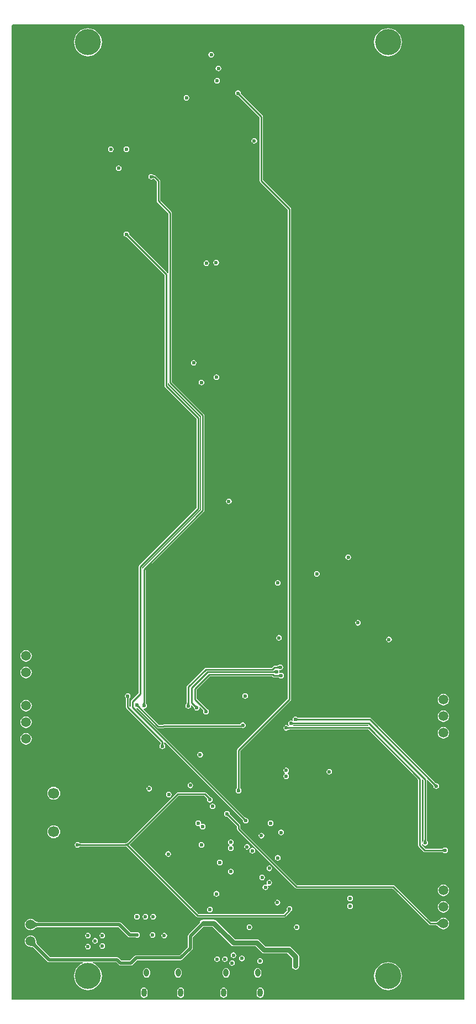
<source format=gbl>
G04 Layer_Physical_Order=4*
G04 Layer_Color=16711680*
%FSLAX44Y44*%
%MOMM*%
%TF.FileFunction,Copper,L4,Bot,Signal*%
%TF.Part,Single*%
G01*
G75*
%TA.AperFunction,SMDPad*%
%ADD51R,5.0800X2.4130*%
%ADD75C,0.5000*%
%ADD77C,0.2500*%
%ADD83C,0.8000*%
%TA.AperFunction,ViaPad*%
%ADD85O,0.8000X1.3000*%
%TA.AperFunction,ViaPad*%
%ADD86O,0.8000X1.2000*%
%TA.AperFunction,ViaPad*%
%ADD87C,1.7000*%
%TA.AperFunction,ViaPad*%
%ADD88C,1.5000*%
%TA.AperFunction,ConnectorPad*%
%ADD89C,4.0000*%
%TA.AperFunction,ViaPad*%
%ADD90C,0.6000*%
G36*
X695000Y1497500D02*
X697500Y1495000D01*
X697500Y4000D01*
X3398Y4000D01*
X2500Y4898D01*
X2500Y1495000D01*
X5000Y1497500D01*
X695000Y1497500D01*
D02*
G37*
%LPC*%
G36*
X387000Y195333D02*
X385342Y195003D01*
X383936Y194064D01*
X382997Y192658D01*
X382667Y191000D01*
X382997Y189342D01*
X383936Y187936D01*
X385342Y186997D01*
X387000Y186667D01*
X388658Y186997D01*
X390064Y187936D01*
X391003Y189342D01*
X391333Y191000D01*
X391003Y192658D01*
X390064Y194064D01*
X388658Y195003D01*
X387000Y195333D01*
D02*
G37*
G36*
X398000Y187333D02*
X396342Y187003D01*
X394936Y186064D01*
X393997Y184658D01*
X393667Y183000D01*
X393997Y181342D01*
X394158Y181100D01*
X394098Y180969D01*
X393318Y180071D01*
X392000Y180333D01*
X390342Y180003D01*
X388936Y179064D01*
X387997Y177658D01*
X387667Y176000D01*
X387997Y174342D01*
X388936Y172936D01*
X390342Y171997D01*
X392000Y171667D01*
X393658Y171997D01*
X395064Y172936D01*
X396003Y174342D01*
X396333Y176000D01*
X396003Y177658D01*
X395842Y177900D01*
X395902Y178031D01*
X396682Y178929D01*
X398000Y178667D01*
X399658Y178997D01*
X401064Y179936D01*
X402003Y181342D01*
X402333Y183000D01*
X402003Y184658D01*
X401064Y186064D01*
X399658Y187003D01*
X398000Y187333D01*
D02*
G37*
G36*
X665000Y180226D02*
X662716Y179925D01*
X660587Y179043D01*
X658759Y177641D01*
X657357Y175813D01*
X656475Y173684D01*
X656174Y171400D01*
X656475Y169116D01*
X657357Y166987D01*
X658759Y165159D01*
X660587Y163757D01*
X662716Y162875D01*
X665000Y162575D01*
X667284Y162875D01*
X669413Y163757D01*
X671241Y165159D01*
X672643Y166987D01*
X673525Y169116D01*
X673826Y171400D01*
X673525Y173684D01*
X672643Y175813D01*
X671241Y177641D01*
X669413Y179043D01*
X667284Y179925D01*
X665000Y180226D01*
D02*
G37*
G36*
X339000Y204333D02*
X337342Y204003D01*
X335936Y203064D01*
X334997Y201658D01*
X334667Y200000D01*
X334997Y198342D01*
X335936Y196936D01*
X337342Y195997D01*
X339000Y195667D01*
X340658Y195997D01*
X342064Y196936D01*
X343003Y198342D01*
X343333Y200000D01*
X343003Y201658D01*
X342064Y203064D01*
X340658Y204003D01*
X339000Y204333D01*
D02*
G37*
G36*
X411000Y225333D02*
X409342Y225003D01*
X407936Y224064D01*
X406997Y222658D01*
X406667Y221000D01*
X406997Y219342D01*
X407936Y217936D01*
X409342Y216997D01*
X411000Y216667D01*
X412658Y216997D01*
X414064Y217936D01*
X415003Y219342D01*
X415333Y221000D01*
X415003Y222658D01*
X414064Y224064D01*
X412658Y225003D01*
X411000Y225333D01*
D02*
G37*
G36*
X322000Y218333D02*
X320342Y218003D01*
X318936Y217064D01*
X317997Y215658D01*
X317667Y214000D01*
X317997Y212342D01*
X318936Y210936D01*
X320342Y209997D01*
X322000Y209667D01*
X323658Y209997D01*
X325064Y210936D01*
X326003Y212342D01*
X326333Y214000D01*
X326003Y215658D01*
X325064Y217064D01*
X323658Y218003D01*
X322000Y218333D01*
D02*
G37*
G36*
X398000Y209333D02*
X396342Y209003D01*
X394936Y208064D01*
X393997Y206658D01*
X393667Y205000D01*
X393997Y203342D01*
X394936Y201936D01*
X396342Y200997D01*
X398000Y200667D01*
X399658Y200997D01*
X401064Y201936D01*
X402003Y203342D01*
X402333Y205000D01*
X402003Y206658D01*
X401064Y208064D01*
X399658Y209003D01*
X398000Y209333D01*
D02*
G37*
G36*
X307000Y146333D02*
X305342Y146003D01*
X303936Y145064D01*
X302997Y143658D01*
X302667Y142000D01*
X302997Y140342D01*
X303936Y138936D01*
X305342Y137997D01*
X307000Y137667D01*
X308658Y137997D01*
X310064Y138936D01*
X311003Y140342D01*
X311333Y142000D01*
X311003Y143658D01*
X310064Y145064D01*
X308658Y146003D01*
X307000Y146333D01*
D02*
G37*
G36*
X665000Y154825D02*
X662716Y154525D01*
X660587Y153643D01*
X658759Y152241D01*
X657357Y150413D01*
X656475Y148284D01*
X656174Y146000D01*
X656475Y143716D01*
X657357Y141587D01*
X658759Y139759D01*
X660587Y138357D01*
X662716Y137475D01*
X665000Y137175D01*
X667284Y137475D01*
X669413Y138357D01*
X671241Y139759D01*
X672643Y141587D01*
X673525Y143716D01*
X673826Y146000D01*
X673525Y148284D01*
X672643Y150413D01*
X671241Y152241D01*
X669413Y153643D01*
X667284Y154525D01*
X665000Y154825D01*
D02*
G37*
G36*
X219979Y135333D02*
X218321Y135003D01*
X216915Y134064D01*
X215976Y132658D01*
X215646Y131000D01*
X215976Y129342D01*
X216915Y127936D01*
X218321Y126997D01*
X219979Y126667D01*
X221637Y126997D01*
X223043Y127936D01*
X223983Y129342D01*
X224312Y131000D01*
X223983Y132658D01*
X223043Y134064D01*
X221637Y135003D01*
X219979Y135333D01*
D02*
G37*
G36*
X522000Y151333D02*
X520342Y151003D01*
X518936Y150064D01*
X517997Y148658D01*
X517667Y147000D01*
X517997Y145342D01*
X518936Y143936D01*
X520342Y142997D01*
X522000Y142667D01*
X523658Y142997D01*
X525064Y143936D01*
X526003Y145342D01*
X526333Y147000D01*
X526003Y148658D01*
X525064Y150064D01*
X523658Y151003D01*
X522000Y151333D01*
D02*
G37*
G36*
X317000Y170333D02*
X315342Y170003D01*
X313936Y169064D01*
X312997Y167658D01*
X312667Y166000D01*
X312997Y164342D01*
X313936Y162936D01*
X315342Y161997D01*
X317000Y161667D01*
X318658Y161997D01*
X320064Y162936D01*
X321003Y164342D01*
X321333Y166000D01*
X321003Y167658D01*
X320064Y169064D01*
X318658Y170003D01*
X317000Y170333D01*
D02*
G37*
G36*
X522000Y163333D02*
X520342Y163003D01*
X518936Y162064D01*
X517997Y160658D01*
X517667Y159000D01*
X517997Y157342D01*
X518936Y155936D01*
X520342Y154997D01*
X522000Y154667D01*
X523658Y154997D01*
X525064Y155936D01*
X526003Y157342D01*
X526333Y159000D01*
X526003Y160658D01*
X525064Y162064D01*
X523658Y163003D01*
X522000Y163333D01*
D02*
G37*
G36*
X410500Y156833D02*
X408842Y156503D01*
X407436Y155564D01*
X406497Y154158D01*
X406167Y152500D01*
X406497Y150842D01*
X407436Y149436D01*
X408842Y148497D01*
X410500Y148167D01*
X412158Y148497D01*
X413564Y149436D01*
X414503Y150842D01*
X414833Y152500D01*
X414503Y154158D01*
X413564Y155564D01*
X412158Y156503D01*
X410500Y156833D01*
D02*
G37*
G36*
X243000Y231333D02*
X241342Y231003D01*
X239936Y230064D01*
X238997Y228658D01*
X238667Y227000D01*
X238997Y225342D01*
X239936Y223936D01*
X241342Y222997D01*
X243000Y222667D01*
X244658Y222997D01*
X246064Y223936D01*
X247003Y225342D01*
X247333Y227000D01*
X247003Y228658D01*
X246064Y230064D01*
X244658Y231003D01*
X243000Y231333D01*
D02*
G37*
G36*
X311000Y304323D02*
X309342Y303993D01*
X307936Y303054D01*
X306997Y301648D01*
X306667Y299990D01*
X306997Y298331D01*
X307936Y296926D01*
X309342Y295986D01*
X311000Y295656D01*
X312658Y295986D01*
X314064Y296926D01*
X315003Y298331D01*
X315333Y299990D01*
X315003Y301648D01*
X314064Y303054D01*
X312658Y303993D01*
X311000Y304323D01*
D02*
G37*
G36*
X400000Y278333D02*
X398342Y278003D01*
X396936Y277064D01*
X395997Y275658D01*
X395667Y274000D01*
X395997Y272342D01*
X396936Y270936D01*
X398342Y269997D01*
X400000Y269667D01*
X401658Y269997D01*
X403064Y270936D01*
X404003Y272342D01*
X404333Y274000D01*
X404003Y275658D01*
X403064Y277064D01*
X401658Y278003D01*
X400000Y278333D01*
D02*
G37*
G36*
X289000D02*
X287342Y278003D01*
X285936Y277064D01*
X284997Y275658D01*
X284667Y274000D01*
X284997Y272342D01*
X285936Y270936D01*
X287342Y269997D01*
X289000Y269667D01*
X290658Y269997D01*
X291700Y269165D01*
X291667Y269000D01*
X291997Y267342D01*
X292936Y265936D01*
X294342Y264997D01*
X296000Y264667D01*
X297658Y264997D01*
X299064Y265936D01*
X300003Y267342D01*
X300333Y269000D01*
X300003Y270658D01*
X299064Y272064D01*
X297658Y273003D01*
X296000Y273333D01*
X294342Y273003D01*
X293300Y273835D01*
X293333Y274000D01*
X293003Y275658D01*
X292064Y277064D01*
X290658Y278003D01*
X289000Y278333D01*
D02*
G37*
G36*
X299382Y321299D02*
X257750D01*
X256775Y321105D01*
X255948Y320552D01*
X180448Y245053D01*
X180328Y245008D01*
X180004Y244707D01*
X179709Y244471D01*
X179408Y244266D01*
X179099Y244090D01*
X178781Y243943D01*
X178451Y243822D01*
X178109Y243728D01*
X177751Y243660D01*
X177376Y243618D01*
X176934Y243602D01*
X176817Y243549D01*
X108685D01*
X108565Y243603D01*
X108303Y243610D01*
X108098Y243628D01*
X107915Y243656D01*
X107754Y243693D01*
X107611Y243738D01*
X107485Y243788D01*
X107376Y243844D01*
X107279Y243905D01*
X107191Y243973D01*
X107063Y244091D01*
X106973Y244125D01*
X105658Y245003D01*
X104000Y245333D01*
X102342Y245003D01*
X100936Y244064D01*
X99997Y242658D01*
X99667Y241000D01*
X99997Y239342D01*
X100936Y237936D01*
X102342Y236997D01*
X104000Y236667D01*
X105658Y236997D01*
X106973Y237875D01*
X107063Y237909D01*
X107191Y238027D01*
X107279Y238095D01*
X107376Y238156D01*
X107485Y238212D01*
X107611Y238262D01*
X107754Y238307D01*
X107915Y238344D01*
X108099Y238372D01*
X108302Y238390D01*
X108565Y238398D01*
X108685Y238451D01*
X176817D01*
X176934Y238398D01*
X177376Y238382D01*
X177751Y238340D01*
X178109Y238272D01*
X178451Y238178D01*
X178781Y238057D01*
X179099Y237910D01*
X179408Y237734D01*
X179709Y237529D01*
X180004Y237293D01*
X180328Y236992D01*
X180448Y236947D01*
X286198Y131198D01*
X287025Y130645D01*
X288000Y130451D01*
X421000D01*
X421976Y130645D01*
X422802Y131198D01*
X428560Y136955D01*
X428688Y137007D01*
X429787Y138085D01*
X430563Y138800D01*
X430877Y139060D01*
X430928Y139096D01*
X430981Y139127D01*
X431112Y139300D01*
X432064Y139936D01*
X433003Y141342D01*
X433333Y143000D01*
X433003Y144658D01*
X432064Y146064D01*
X430658Y147003D01*
X429000Y147333D01*
X427342Y147003D01*
X425936Y146064D01*
X424997Y144658D01*
X424667Y143000D01*
X424997Y141342D01*
X424645Y140308D01*
X424625Y140230D01*
X419944Y135549D01*
X289056D01*
X184582Y240023D01*
X184541Y240137D01*
X184278Y240429D01*
X184135Y240634D01*
X184055Y240794D01*
X184020Y240910D01*
X184011Y241000D01*
X184020Y241089D01*
X184055Y241206D01*
X184135Y241366D01*
X184278Y241571D01*
X184541Y241863D01*
X184582Y241977D01*
X258806Y316201D01*
X298326D01*
X302279Y312248D01*
X302324Y312127D01*
X302501Y311939D01*
X302617Y311796D01*
X302703Y311670D01*
X302762Y311563D01*
X302799Y311476D01*
X302820Y311407D01*
X302829Y311353D01*
X302831Y311306D01*
X302826Y311259D01*
X302796Y311122D01*
X302840Y310872D01*
X302667Y310000D01*
X302997Y308342D01*
X303936Y306936D01*
X305342Y305997D01*
X307000Y305667D01*
X308658Y305997D01*
X310064Y306936D01*
X311003Y308342D01*
X311333Y310000D01*
X311003Y311658D01*
X310064Y313064D01*
X308658Y314003D01*
X308313Y314072D01*
X308165Y314194D01*
X307998Y314244D01*
X307870Y314293D01*
X307735Y314355D01*
X307607Y314422D01*
X307267Y314640D01*
X307127Y314745D01*
X306758Y315062D01*
X306568Y315245D01*
X306442Y315294D01*
X301184Y320552D01*
X300357Y321105D01*
X299382Y321299D01*
D02*
G37*
G36*
X350000Y1396333D02*
X348342Y1396003D01*
X346936Y1395064D01*
X345997Y1393658D01*
X345667Y1392000D01*
X345997Y1390342D01*
X346936Y1388936D01*
X348342Y1387997D01*
X349893Y1387688D01*
X349980Y1387648D01*
X350154Y1387642D01*
X350264Y1387627D01*
X350376Y1387602D01*
X350493Y1387564D01*
X350617Y1387511D01*
X350750Y1387441D01*
X350890Y1387353D01*
X351040Y1387244D01*
X351197Y1387112D01*
X351388Y1386932D01*
X351510Y1386885D01*
X383451Y1354944D01*
Y1258000D01*
X383645Y1257025D01*
X384198Y1256198D01*
X426451Y1213944D01*
Y465056D01*
X349198Y387802D01*
X348645Y386976D01*
X348451Y386000D01*
Y328685D01*
X348398Y328565D01*
X348390Y328303D01*
X348372Y328098D01*
X348344Y327915D01*
X348307Y327754D01*
X348262Y327611D01*
X348212Y327485D01*
X348156Y327376D01*
X348095Y327279D01*
X348027Y327191D01*
X347909Y327063D01*
X347875Y326973D01*
X346997Y325658D01*
X346667Y324000D01*
X346997Y322342D01*
X347936Y320936D01*
X349342Y319997D01*
X351000Y319667D01*
X352658Y319997D01*
X354064Y320936D01*
X355003Y322342D01*
X355333Y324000D01*
X355003Y325658D01*
X354125Y326973D01*
X354091Y327063D01*
X353973Y327191D01*
X353905Y327279D01*
X353844Y327376D01*
X353788Y327485D01*
X353738Y327611D01*
X353693Y327754D01*
X353656Y327915D01*
X353628Y328099D01*
X353610Y328302D01*
X353602Y328565D01*
X353549Y328685D01*
Y384944D01*
X430802Y462198D01*
X431355Y463025D01*
X431549Y464000D01*
Y1215000D01*
X431355Y1215975D01*
X430802Y1216802D01*
X388549Y1259056D01*
Y1356000D01*
X388355Y1356976D01*
X387802Y1357802D01*
X355115Y1390490D01*
X355068Y1390612D01*
X354888Y1390803D01*
X354756Y1390960D01*
X354647Y1391110D01*
X354559Y1391250D01*
X354489Y1391383D01*
X354436Y1391507D01*
X354398Y1391624D01*
X354373Y1391736D01*
X354358Y1391846D01*
X354352Y1392020D01*
X354312Y1392107D01*
X354003Y1393658D01*
X353064Y1395064D01*
X351658Y1396003D01*
X350000Y1396333D01*
D02*
G37*
G36*
X244000Y322333D02*
X242342Y322003D01*
X240936Y321064D01*
X239997Y319658D01*
X239667Y318000D01*
X239997Y316342D01*
X240936Y314936D01*
X242342Y313997D01*
X244000Y313667D01*
X245658Y313997D01*
X247064Y314936D01*
X248003Y316342D01*
X248333Y318000D01*
X248003Y319658D01*
X247064Y321064D01*
X245658Y322003D01*
X244000Y322333D01*
D02*
G37*
G36*
X67500Y329834D02*
X64955Y329499D01*
X62583Y328517D01*
X60546Y326954D01*
X58983Y324917D01*
X58001Y322545D01*
X57666Y320000D01*
X58001Y317455D01*
X58983Y315083D01*
X60546Y313046D01*
X62583Y311483D01*
X64955Y310501D01*
X67500Y310166D01*
X70045Y310501D01*
X72417Y311483D01*
X74454Y313046D01*
X76017Y315083D01*
X76999Y317455D01*
X77334Y320000D01*
X76999Y322545D01*
X76017Y324917D01*
X74454Y326954D01*
X72417Y328517D01*
X70045Y329499D01*
X67500Y329834D01*
D02*
G37*
G36*
X364000Y242333D02*
X362342Y242003D01*
X360936Y241064D01*
X359997Y239658D01*
X359667Y238000D01*
X359997Y236342D01*
X360936Y234936D01*
X362342Y233997D01*
X364000Y233667D01*
X365658Y233997D01*
X367064Y234936D01*
X368003Y236342D01*
X368333Y238000D01*
X368003Y239658D01*
X367064Y241064D01*
X365658Y242003D01*
X364000Y242333D01*
D02*
G37*
G36*
X339000Y249333D02*
X337342Y249003D01*
X335936Y248064D01*
X334997Y246658D01*
X334667Y245000D01*
X334997Y243342D01*
X335936Y241936D01*
X337029Y241206D01*
X337107Y240904D01*
Y240096D01*
X337029Y239794D01*
X335936Y239064D01*
X334997Y237658D01*
X334667Y236000D01*
X334997Y234342D01*
X335936Y232936D01*
X337342Y231997D01*
X339000Y231667D01*
X340658Y231997D01*
X342064Y232936D01*
X343003Y234342D01*
X343333Y236000D01*
X343003Y237658D01*
X342064Y239064D01*
X340971Y239794D01*
X340893Y240096D01*
Y240904D01*
X340971Y241206D01*
X342064Y241936D01*
X343003Y243342D01*
X343333Y245000D01*
X343003Y246658D01*
X342064Y248064D01*
X340658Y249003D01*
X339000Y249333D01*
D02*
G37*
G36*
X372000Y236333D02*
X370342Y236003D01*
X368936Y235064D01*
X367997Y233658D01*
X367667Y232000D01*
X367997Y230342D01*
X368936Y228936D01*
X370342Y227997D01*
X372000Y227667D01*
X373658Y227997D01*
X375064Y228936D01*
X376003Y230342D01*
X376333Y232000D01*
X376003Y233658D01*
X375064Y235064D01*
X373658Y236003D01*
X372000Y236333D01*
D02*
G37*
G36*
X294000Y245333D02*
X292342Y245003D01*
X290936Y244064D01*
X289997Y242658D01*
X289667Y241000D01*
X289997Y239342D01*
X290936Y237936D01*
X292342Y236997D01*
X294000Y236667D01*
X295658Y236997D01*
X297064Y237936D01*
X298003Y239342D01*
X298333Y241000D01*
X298003Y242658D01*
X297064Y244064D01*
X295658Y245003D01*
X294000Y245333D01*
D02*
G37*
G36*
X416000Y264333D02*
X414342Y264003D01*
X412936Y263064D01*
X411997Y261658D01*
X411667Y260000D01*
X411997Y258342D01*
X412936Y256936D01*
X414342Y255997D01*
X416000Y255667D01*
X417658Y255997D01*
X419064Y256936D01*
X420003Y258342D01*
X420333Y260000D01*
X420003Y261658D01*
X419064Y263064D01*
X417658Y264003D01*
X416000Y264333D01*
D02*
G37*
G36*
X67500Y270834D02*
X64955Y270499D01*
X62583Y269517D01*
X60546Y267954D01*
X58983Y265917D01*
X58001Y263545D01*
X57666Y261000D01*
X58001Y258455D01*
X58983Y256083D01*
X60546Y254046D01*
X62583Y252483D01*
X64955Y251501D01*
X67500Y251166D01*
X70045Y251501D01*
X72417Y252483D01*
X74454Y254046D01*
X76017Y256083D01*
X76999Y258455D01*
X77334Y261000D01*
X76999Y263545D01*
X76017Y265917D01*
X74454Y267954D01*
X72417Y269517D01*
X70045Y270499D01*
X67500Y270834D01*
D02*
G37*
G36*
X386000Y259333D02*
X384342Y259003D01*
X382936Y258064D01*
X381997Y256658D01*
X381667Y255000D01*
X381997Y253342D01*
X382936Y251936D01*
X384342Y250997D01*
X386000Y250667D01*
X387658Y250997D01*
X389064Y251936D01*
X390003Y253342D01*
X390333Y255000D01*
X390003Y256658D01*
X389064Y258064D01*
X387658Y259003D01*
X386000Y259333D01*
D02*
G37*
G36*
X313000Y126353D02*
X296500D01*
X294452Y125945D01*
X292715Y124785D01*
X291555Y123048D01*
X291282Y121678D01*
X285873Y115821D01*
X285850Y115757D01*
X274296Y104204D01*
X273468Y102963D01*
X273176Y101500D01*
Y84584D01*
X260416Y71824D01*
X194000D01*
X194000Y71824D01*
X192537Y71532D01*
X191296Y70704D01*
X184416Y63823D01*
X171584D01*
X167704Y67704D01*
X166463Y68532D01*
X165000Y68823D01*
X62184D01*
X42967Y88040D01*
X42944Y88104D01*
X42509Y88575D01*
X42155Y89025D01*
X41847Y89496D01*
X41581Y89988D01*
X41356Y90503D01*
X41172Y91045D01*
X41029Y91615D01*
X40928Y92215D01*
X40869Y92847D01*
X40852Y93556D01*
X40822Y93624D01*
X40525Y95884D01*
X39643Y98013D01*
X38241Y99841D01*
X36413Y101243D01*
X34284Y102125D01*
X32000Y102425D01*
X29716Y102125D01*
X27587Y101243D01*
X25759Y99841D01*
X24357Y98013D01*
X23475Y95884D01*
X23175Y93600D01*
X23475Y91316D01*
X24357Y89187D01*
X25759Y87359D01*
X27587Y85957D01*
X29716Y85075D01*
X31976Y84778D01*
X32044Y84748D01*
X32753Y84731D01*
X33385Y84672D01*
X33985Y84571D01*
X34555Y84428D01*
X35097Y84244D01*
X35612Y84019D01*
X36104Y83753D01*
X36574Y83445D01*
X37025Y83091D01*
X37496Y82656D01*
X37560Y82633D01*
X57896Y62296D01*
X59137Y61468D01*
X60600Y61177D01*
X112231D01*
X112419Y59907D01*
X111829Y59727D01*
X108137Y57754D01*
X104901Y55099D01*
X102246Y51863D01*
X100273Y48171D01*
X99058Y44166D01*
X98647Y40000D01*
X99058Y35834D01*
X100273Y31829D01*
X102246Y28137D01*
X104901Y24901D01*
X108137Y22246D01*
X111829Y20273D01*
X115834Y19058D01*
X120000Y18647D01*
X124166Y19058D01*
X128171Y20273D01*
X131863Y22246D01*
X135099Y24901D01*
X137754Y28137D01*
X139727Y31829D01*
X140942Y35834D01*
X141353Y40000D01*
X140942Y44166D01*
X139727Y48171D01*
X137754Y51863D01*
X135099Y55099D01*
X131863Y57754D01*
X128171Y59727D01*
X127581Y59907D01*
X127769Y61177D01*
X163416D01*
X167296Y57296D01*
X168537Y56468D01*
X170000Y56177D01*
X186000D01*
X187463Y56468D01*
X188704Y57296D01*
X195584Y64177D01*
X262000D01*
X263463Y64468D01*
X264704Y65296D01*
X279704Y80296D01*
X280532Y81537D01*
X280823Y83000D01*
Y99916D01*
X291280Y110373D01*
X291350Y110401D01*
X295011Y113988D01*
X296636Y115463D01*
X296866Y115647D01*
X310783D01*
X339215Y87215D01*
X340951Y86055D01*
X343000Y85647D01*
X376783D01*
X386215Y76215D01*
X387952Y75055D01*
X390000Y74647D01*
X425783D01*
X432897Y67533D01*
Y55250D01*
X433305Y53202D01*
X434465Y51465D01*
X436202Y50305D01*
X438250Y49897D01*
X440298Y50305D01*
X442035Y51465D01*
X443195Y53202D01*
X443603Y55250D01*
Y69750D01*
X443195Y71799D01*
X442035Y73535D01*
X431785Y83785D01*
X430048Y84945D01*
X428000Y85353D01*
X392217D01*
X382785Y94785D01*
X381049Y95945D01*
X379000Y96353D01*
X345217D01*
X316785Y124785D01*
X315048Y125945D01*
X313000Y126353D01*
D02*
G37*
G36*
X380300Y52353D02*
X378251Y51945D01*
X376515Y50785D01*
X375355Y49048D01*
X374947Y47000D01*
Y43000D01*
X375355Y40952D01*
X376515Y39215D01*
X378251Y38055D01*
X380300Y37647D01*
X382348Y38055D01*
X384085Y39215D01*
X385245Y40952D01*
X385653Y43000D01*
Y47000D01*
X385245Y49048D01*
X384085Y50785D01*
X382348Y51945D01*
X380300Y52353D01*
D02*
G37*
G36*
X331800D02*
X329752Y51945D01*
X328015Y50785D01*
X326855Y49048D01*
X326447Y47000D01*
Y43000D01*
X326855Y40952D01*
X328015Y39215D01*
X329752Y38055D01*
X331800Y37647D01*
X333848Y38055D01*
X335585Y39215D01*
X336745Y40952D01*
X337153Y43000D01*
Y47000D01*
X336745Y49048D01*
X335585Y50785D01*
X333848Y51945D01*
X331800Y52353D01*
D02*
G37*
G36*
X341000Y64333D02*
X339342Y64003D01*
X337936Y63064D01*
X336997Y61658D01*
X336667Y60000D01*
X336997Y58342D01*
X337936Y56936D01*
X339342Y55997D01*
X341000Y55667D01*
X342658Y55997D01*
X344064Y56936D01*
X345003Y58342D01*
X345333Y60000D01*
X345003Y61658D01*
X344064Y63064D01*
X342658Y64003D01*
X341000Y64333D01*
D02*
G37*
G36*
X330000Y70333D02*
X328342Y70003D01*
X326936Y69064D01*
X325997Y67658D01*
X325667Y66000D01*
X325997Y64342D01*
X326936Y62936D01*
X328342Y61997D01*
X330000Y61667D01*
X331658Y61997D01*
X333064Y62936D01*
X334003Y64342D01*
X334333Y66000D01*
X334003Y67658D01*
X333064Y69064D01*
X331658Y70003D01*
X330000Y70333D01*
D02*
G37*
G36*
X318000D02*
X316342Y70003D01*
X314936Y69064D01*
X313997Y67658D01*
X313667Y66000D01*
X313997Y64342D01*
X314936Y62936D01*
X316342Y61997D01*
X318000Y61667D01*
X319658Y61997D01*
X321064Y62936D01*
X322003Y64342D01*
X322333Y66000D01*
X322003Y67658D01*
X321064Y69064D01*
X319658Y70003D01*
X318000Y70333D01*
D02*
G37*
G36*
X384000Y67333D02*
X382342Y67003D01*
X380936Y66064D01*
X379997Y64658D01*
X379667Y63000D01*
X379997Y61342D01*
X380936Y59936D01*
X382342Y58997D01*
X384000Y58667D01*
X385658Y58997D01*
X387064Y59936D01*
X388003Y61342D01*
X388333Y63000D01*
X388003Y64658D01*
X387064Y66064D01*
X385658Y67003D01*
X384000Y67333D01*
D02*
G37*
G36*
X328000Y22553D02*
X325951Y22145D01*
X324215Y20985D01*
X323055Y19248D01*
X322647Y17200D01*
Y12200D01*
X323055Y10152D01*
X324215Y8415D01*
X325951Y7255D01*
X328000Y6847D01*
X330048Y7255D01*
X331785Y8415D01*
X332945Y10152D01*
X333353Y12200D01*
Y17200D01*
X332945Y19248D01*
X331785Y20985D01*
X330048Y22145D01*
X328000Y22553D01*
D02*
G37*
G36*
X262100D02*
X260052Y22145D01*
X258315Y20985D01*
X257155Y19248D01*
X256747Y17200D01*
Y12200D01*
X257155Y10152D01*
X258315Y8415D01*
X260052Y7255D01*
X262100Y6847D01*
X264148Y7255D01*
X265885Y8415D01*
X267045Y10152D01*
X267453Y12200D01*
Y17200D01*
X267045Y19248D01*
X265885Y20985D01*
X264148Y22145D01*
X262100Y22553D01*
D02*
G37*
G36*
X206000D02*
X203951Y22145D01*
X202215Y20985D01*
X201055Y19248D01*
X200647Y17200D01*
Y12200D01*
X201055Y10152D01*
X202215Y8415D01*
X203951Y7255D01*
X206000Y6847D01*
X208048Y7255D01*
X209785Y8415D01*
X210945Y10152D01*
X211353Y12200D01*
Y17200D01*
X210945Y19248D01*
X209785Y20985D01*
X208048Y22145D01*
X206000Y22553D01*
D02*
G37*
G36*
X384100D02*
X382052Y22145D01*
X380315Y20985D01*
X379155Y19248D01*
X378747Y17200D01*
Y12200D01*
X379155Y10152D01*
X380315Y8415D01*
X382052Y7255D01*
X384100Y6847D01*
X386148Y7255D01*
X387885Y8415D01*
X389045Y10152D01*
X389453Y12200D01*
Y17200D01*
X389045Y19248D01*
X387885Y20985D01*
X386148Y22145D01*
X384100Y22553D01*
D02*
G37*
G36*
X258300Y52353D02*
X256252Y51945D01*
X254515Y50785D01*
X253355Y49048D01*
X252947Y47000D01*
Y43000D01*
X253355Y40952D01*
X254515Y39215D01*
X256252Y38055D01*
X258300Y37647D01*
X260348Y38055D01*
X262085Y39215D01*
X263245Y40952D01*
X263653Y43000D01*
Y47000D01*
X263245Y49048D01*
X262085Y50785D01*
X260348Y51945D01*
X258300Y52353D01*
D02*
G37*
G36*
X209800D02*
X207752Y51945D01*
X206015Y50785D01*
X204855Y49048D01*
X204447Y47000D01*
Y43000D01*
X204855Y40952D01*
X206015Y39215D01*
X207752Y38055D01*
X209800Y37647D01*
X211848Y38055D01*
X213585Y39215D01*
X214745Y40952D01*
X215153Y43000D01*
Y47000D01*
X214745Y49048D01*
X213585Y50785D01*
X211848Y51945D01*
X209800Y52353D01*
D02*
G37*
G36*
X580000Y61353D02*
X575834Y60943D01*
X571829Y59727D01*
X568137Y57754D01*
X564901Y55099D01*
X562246Y51863D01*
X560273Y48171D01*
X559058Y44166D01*
X558647Y40000D01*
X559058Y35834D01*
X560273Y31829D01*
X562246Y28137D01*
X564901Y24901D01*
X568137Y22246D01*
X571829Y20273D01*
X575834Y19058D01*
X580000Y18647D01*
X584166Y19058D01*
X588171Y20273D01*
X591863Y22246D01*
X595099Y24901D01*
X597754Y28137D01*
X599727Y31829D01*
X600942Y35834D01*
X601353Y40000D01*
X600942Y44166D01*
X599727Y48171D01*
X597754Y51863D01*
X595099Y55099D01*
X591863Y57754D01*
X588171Y59727D01*
X584166Y60943D01*
X580000Y61353D01*
D02*
G37*
G36*
X356000Y71333D02*
X354342Y71003D01*
X352936Y70064D01*
X351996Y68658D01*
X351667Y67000D01*
X351996Y65342D01*
X352936Y63936D01*
X354342Y62997D01*
X356000Y62667D01*
X357658Y62997D01*
X359064Y63936D01*
X360003Y65342D01*
X360333Y67000D01*
X360003Y68658D01*
X359064Y70064D01*
X357658Y71003D01*
X356000Y71333D01*
D02*
G37*
G36*
X367500Y119333D02*
X365842Y119003D01*
X364436Y118064D01*
X363497Y116658D01*
X363167Y115000D01*
X363497Y113342D01*
X364436Y111936D01*
X365842Y110997D01*
X367500Y110667D01*
X369158Y110997D01*
X370564Y111936D01*
X371503Y113342D01*
X371833Y115000D01*
X371503Y116658D01*
X370564Y118064D01*
X369158Y119003D01*
X367500Y119333D01*
D02*
G37*
G36*
X219000Y107333D02*
X217342Y107003D01*
X215936Y106064D01*
X214997Y104658D01*
X214667Y103000D01*
X214997Y101342D01*
X215936Y99936D01*
X217342Y98997D01*
X219000Y98667D01*
X220658Y98997D01*
X222064Y99936D01*
X223003Y101342D01*
X223333Y103000D01*
X223003Y104658D01*
X222064Y106064D01*
X220658Y107003D01*
X219000Y107333D01*
D02*
G37*
G36*
X32000Y127825D02*
X29716Y127525D01*
X27587Y126643D01*
X25759Y125241D01*
X24357Y123413D01*
X23475Y121284D01*
X23175Y119000D01*
X23475Y116716D01*
X24357Y114587D01*
X25759Y112759D01*
X27587Y111357D01*
X29716Y110475D01*
X32000Y110175D01*
X34284Y110475D01*
X36413Y111357D01*
X38221Y112745D01*
X38290Y112771D01*
X38804Y113261D01*
X39292Y113666D01*
X39788Y114019D01*
X40292Y114321D01*
X40805Y114574D01*
X41329Y114780D01*
X41865Y114939D01*
X42416Y115054D01*
X42984Y115123D01*
X43625Y115148D01*
X43686Y115176D01*
X166416D01*
X181296Y100296D01*
X182537Y99468D01*
X184000Y99177D01*
X193072D01*
X193342Y98997D01*
X195000Y98667D01*
X196658Y98997D01*
X198064Y99936D01*
X199003Y101342D01*
X199333Y103000D01*
X199003Y104658D01*
X198064Y106064D01*
X196658Y107003D01*
X195000Y107333D01*
X193342Y107003D01*
X193072Y106824D01*
X185584D01*
X170704Y121704D01*
X169463Y122532D01*
X168000Y122823D01*
X43686D01*
X43625Y122852D01*
X42984Y122877D01*
X42416Y122946D01*
X41865Y123061D01*
X41329Y123220D01*
X40805Y123426D01*
X40292Y123679D01*
X39788Y123981D01*
X39292Y124333D01*
X38804Y124739D01*
X38290Y125229D01*
X38221Y125255D01*
X36413Y126643D01*
X34284Y127525D01*
X32000Y127825D01*
D02*
G37*
G36*
X440000Y119333D02*
X438342Y119003D01*
X436936Y118064D01*
X435997Y116658D01*
X435667Y115000D01*
X435997Y113342D01*
X436936Y111936D01*
X438342Y110997D01*
X440000Y110667D01*
X441658Y110997D01*
X443064Y111936D01*
X444003Y113342D01*
X444333Y115000D01*
X444003Y116658D01*
X443064Y118064D01*
X441658Y119003D01*
X440000Y119333D01*
D02*
G37*
G36*
X208000Y135333D02*
X206342Y135003D01*
X204936Y134064D01*
X203997Y132658D01*
X203667Y131000D01*
X203997Y129342D01*
X204936Y127936D01*
X206342Y126997D01*
X208000Y126667D01*
X209658Y126997D01*
X211064Y127936D01*
X212003Y129342D01*
X212333Y131000D01*
X212003Y132658D01*
X211064Y134064D01*
X209658Y135003D01*
X208000Y135333D01*
D02*
G37*
G36*
X195000D02*
X193342Y135003D01*
X191936Y134064D01*
X190997Y132658D01*
X190667Y131000D01*
X190997Y129342D01*
X191936Y127936D01*
X193342Y126997D01*
X195000Y126667D01*
X196658Y126997D01*
X198064Y127936D01*
X199003Y129342D01*
X199333Y131000D01*
X199003Y132658D01*
X198064Y134064D01*
X196658Y135003D01*
X195000Y135333D01*
D02*
G37*
G36*
X333000Y292833D02*
X331342Y292503D01*
X329936Y291564D01*
X328997Y290158D01*
X328667Y288500D01*
X328997Y286842D01*
X329936Y285436D01*
X331342Y284497D01*
X332893Y284188D01*
X332980Y284148D01*
X333154Y284142D01*
X333264Y284127D01*
X333376Y284102D01*
X333493Y284064D01*
X333617Y284011D01*
X333750Y283941D01*
X333890Y283853D01*
X334040Y283744D01*
X334197Y283612D01*
X334388Y283432D01*
X334510Y283385D01*
X348701Y269194D01*
Y265618D01*
X348895Y264643D01*
X349448Y263816D01*
X438066Y175198D01*
X438893Y174645D01*
X439868Y174451D01*
X586944D01*
X642598Y118798D01*
X643425Y118245D01*
X644400Y118051D01*
X652905D01*
X653004Y118001D01*
X653449Y117968D01*
X653844Y117883D01*
X654294Y117731D01*
X654795Y117502D01*
X655344Y117194D01*
X655936Y116803D01*
X656556Y116338D01*
X657952Y115118D01*
X658694Y114386D01*
X658759Y114360D01*
X658759Y114359D01*
X660587Y112957D01*
X662716Y112075D01*
X665000Y111775D01*
X667284Y112075D01*
X669413Y112957D01*
X671241Y114359D01*
X672643Y116187D01*
X673525Y118316D01*
X673826Y120600D01*
X673525Y122884D01*
X672643Y125013D01*
X671241Y126841D01*
X669413Y128243D01*
X667284Y129125D01*
X665000Y129425D01*
X662716Y129125D01*
X660587Y128243D01*
X658759Y126841D01*
X658759Y126840D01*
X658694Y126814D01*
X657952Y126082D01*
X656556Y124862D01*
X655936Y124397D01*
X655344Y124006D01*
X654795Y123698D01*
X654294Y123469D01*
X653844Y123317D01*
X653449Y123232D01*
X653004Y123199D01*
X652905Y123149D01*
X645456D01*
X589802Y178802D01*
X588975Y179355D01*
X588000Y179549D01*
X440924D01*
X353799Y266674D01*
Y270250D01*
X353605Y271225D01*
X353052Y272052D01*
X338115Y286990D01*
X338068Y287112D01*
X337888Y287303D01*
X337756Y287460D01*
X337647Y287610D01*
X337559Y287750D01*
X337489Y287883D01*
X337436Y288007D01*
X337398Y288124D01*
X337373Y288236D01*
X337358Y288346D01*
X337352Y288520D01*
X337312Y288607D01*
X337003Y290158D01*
X336064Y291564D01*
X334658Y292503D01*
X333000Y292833D01*
D02*
G37*
G36*
X142000Y90333D02*
X140342Y90003D01*
X138936Y89064D01*
X137997Y87658D01*
X137667Y86000D01*
X137997Y84342D01*
X138936Y82936D01*
X140342Y81997D01*
X142000Y81667D01*
X143658Y81997D01*
X145064Y82936D01*
X146003Y84342D01*
X146333Y86000D01*
X146003Y87658D01*
X145064Y89064D01*
X143658Y90003D01*
X142000Y90333D01*
D02*
G37*
G36*
X120000Y89333D02*
X118342Y89003D01*
X116936Y88064D01*
X115997Y86658D01*
X115667Y85000D01*
X115997Y83342D01*
X116936Y81936D01*
X118342Y80997D01*
X120000Y80667D01*
X121658Y80997D01*
X123064Y81936D01*
X124003Y83342D01*
X124333Y85000D01*
X124003Y86658D01*
X123064Y88064D01*
X121658Y89003D01*
X120000Y89333D01*
D02*
G37*
G36*
X343000Y76333D02*
X341342Y76003D01*
X339936Y75064D01*
X338997Y73658D01*
X338667Y72000D01*
X338997Y70342D01*
X339936Y68936D01*
X341342Y67997D01*
X343000Y67667D01*
X344658Y67997D01*
X346064Y68936D01*
X347003Y70342D01*
X347333Y72000D01*
X347003Y73658D01*
X346064Y75064D01*
X344658Y76003D01*
X343000Y76333D01*
D02*
G37*
G36*
X131000Y98333D02*
X129342Y98003D01*
X127936Y97064D01*
X126997Y95658D01*
X126667Y94000D01*
X126997Y92342D01*
X127936Y90936D01*
X129342Y89997D01*
X131000Y89667D01*
X132658Y89997D01*
X134064Y90936D01*
X135003Y92342D01*
X135333Y94000D01*
X135003Y95658D01*
X134064Y97064D01*
X132658Y98003D01*
X131000Y98333D01*
D02*
G37*
G36*
X237000Y106333D02*
X235342Y106003D01*
X233936Y105064D01*
X232997Y103658D01*
X232667Y102000D01*
X232997Y100342D01*
X233936Y98936D01*
X235342Y97997D01*
X237000Y97667D01*
X238658Y97997D01*
X240064Y98936D01*
X241003Y100342D01*
X241333Y102000D01*
X241003Y103658D01*
X240064Y105064D01*
X238658Y106003D01*
X237000Y106333D01*
D02*
G37*
G36*
X142000D02*
X140342Y106003D01*
X138936Y105064D01*
X137997Y103658D01*
X137667Y102000D01*
X137997Y100342D01*
X138936Y98936D01*
X140342Y97997D01*
X142000Y97667D01*
X143658Y97997D01*
X145064Y98936D01*
X146003Y100342D01*
X146333Y102000D01*
X146003Y103658D01*
X145064Y105064D01*
X143658Y106003D01*
X142000Y106333D01*
D02*
G37*
G36*
X120000D02*
X118342Y106003D01*
X116936Y105064D01*
X115997Y103658D01*
X115667Y102000D01*
X115997Y100342D01*
X116936Y98936D01*
X118342Y97997D01*
X120000Y97667D01*
X121658Y97997D01*
X123064Y98936D01*
X124003Y100342D01*
X124333Y102000D01*
X124003Y103658D01*
X123064Y105064D01*
X121658Y106003D01*
X120000Y106333D01*
D02*
G37*
G36*
X214000Y331333D02*
X212342Y331003D01*
X210936Y330064D01*
X209997Y328658D01*
X209667Y327000D01*
X209997Y325342D01*
X210936Y323936D01*
X212342Y322997D01*
X214000Y322667D01*
X215658Y322997D01*
X217064Y323936D01*
X218003Y325342D01*
X218333Y327000D01*
X218003Y328658D01*
X217064Y330064D01*
X215658Y331003D01*
X214000Y331333D01*
D02*
G37*
G36*
X471000Y660333D02*
X469342Y660003D01*
X467936Y659064D01*
X466997Y657658D01*
X466667Y656000D01*
X466997Y654342D01*
X467936Y652936D01*
X469342Y651997D01*
X471000Y651667D01*
X472658Y651997D01*
X474064Y652936D01*
X475003Y654342D01*
X475333Y656000D01*
X475003Y657658D01*
X474064Y659064D01*
X472658Y660003D01*
X471000Y660333D01*
D02*
G37*
G36*
X411000Y646333D02*
X409342Y646003D01*
X407936Y645064D01*
X406997Y643658D01*
X406667Y642000D01*
X406997Y640342D01*
X407936Y638936D01*
X409342Y637997D01*
X411000Y637667D01*
X412658Y637997D01*
X414064Y638936D01*
X415003Y640342D01*
X415333Y642000D01*
X415003Y643658D01*
X414064Y645064D01*
X412658Y646003D01*
X411000Y646333D01*
D02*
G37*
G36*
X534000Y585333D02*
X532342Y585003D01*
X530936Y584064D01*
X529997Y582658D01*
X529667Y581000D01*
X529997Y579342D01*
X530936Y577936D01*
X532342Y576997D01*
X534000Y576667D01*
X535658Y576997D01*
X537064Y577936D01*
X538003Y579342D01*
X538333Y581000D01*
X538003Y582658D01*
X537064Y584064D01*
X535658Y585003D01*
X534000Y585333D01*
D02*
G37*
G36*
X519000Y685833D02*
X517342Y685503D01*
X515936Y684564D01*
X514997Y683158D01*
X514667Y681500D01*
X514997Y679842D01*
X515936Y678436D01*
X517342Y677497D01*
X519000Y677167D01*
X520658Y677497D01*
X522064Y678436D01*
X523003Y679842D01*
X523333Y681500D01*
X523003Y683158D01*
X522064Y684564D01*
X520658Y685503D01*
X519000Y685833D01*
D02*
G37*
G36*
X317000Y961333D02*
X315342Y961003D01*
X313936Y960064D01*
X312997Y958658D01*
X312667Y957000D01*
X312997Y955342D01*
X313936Y953936D01*
X315342Y952997D01*
X317000Y952667D01*
X318658Y952997D01*
X320064Y953936D01*
X321003Y955342D01*
X321333Y957000D01*
X321003Y958658D01*
X320064Y960064D01*
X318658Y961003D01*
X317000Y961333D01*
D02*
G37*
G36*
X294000Y953333D02*
X292342Y953003D01*
X290936Y952064D01*
X289997Y950658D01*
X289667Y949000D01*
X289997Y947342D01*
X290936Y945936D01*
X292342Y944997D01*
X294000Y944667D01*
X295658Y944997D01*
X297064Y945936D01*
X298003Y947342D01*
X298333Y949000D01*
X298003Y950658D01*
X297064Y952064D01*
X295658Y953003D01*
X294000Y953333D01*
D02*
G37*
G36*
X336000Y771333D02*
X334342Y771003D01*
X332936Y770064D01*
X331997Y768658D01*
X331667Y767000D01*
X331997Y765342D01*
X332936Y763936D01*
X334342Y762997D01*
X336000Y762667D01*
X337658Y762997D01*
X339064Y763936D01*
X340003Y765342D01*
X340333Y767000D01*
X340003Y768658D01*
X339064Y770064D01*
X337658Y771003D01*
X336000Y771333D01*
D02*
G37*
G36*
X25000Y513825D02*
X22716Y513525D01*
X20587Y512643D01*
X18759Y511241D01*
X17357Y509413D01*
X16475Y507284D01*
X16174Y505000D01*
X16475Y502716D01*
X17357Y500587D01*
X18759Y498759D01*
X20587Y497357D01*
X22716Y496475D01*
X25000Y496175D01*
X27284Y496475D01*
X29413Y497357D01*
X31241Y498759D01*
X32643Y500587D01*
X33525Y502716D01*
X33826Y505000D01*
X33525Y507284D01*
X32643Y509413D01*
X31241Y511241D01*
X29413Y512643D01*
X27284Y513525D01*
X25000Y513825D01*
D02*
G37*
G36*
X361000Y473333D02*
X359342Y473003D01*
X357936Y472064D01*
X356997Y470658D01*
X356667Y469000D01*
X356997Y467342D01*
X357936Y465936D01*
X359342Y464997D01*
X361000Y464667D01*
X362658Y464997D01*
X364064Y465936D01*
X365003Y467342D01*
X365333Y469000D01*
X365003Y470658D01*
X364064Y472064D01*
X362658Y473003D01*
X361000Y473333D01*
D02*
G37*
G36*
X665000Y472225D02*
X662716Y471925D01*
X660587Y471043D01*
X658759Y469641D01*
X657357Y467813D01*
X656475Y465684D01*
X656174Y463400D01*
X656475Y461116D01*
X657357Y458987D01*
X658759Y457159D01*
X660587Y455757D01*
X662716Y454875D01*
X665000Y454575D01*
X667284Y454875D01*
X669413Y455757D01*
X671241Y457159D01*
X672643Y458987D01*
X673525Y461116D01*
X673826Y463400D01*
X673525Y465684D01*
X672643Y467813D01*
X671241Y469641D01*
X669413Y471043D01*
X667284Y471925D01*
X665000Y472225D01*
D02*
G37*
G36*
X415000Y517333D02*
X413342Y517003D01*
X412027Y516125D01*
X411937Y516091D01*
X411809Y515973D01*
X411721Y515905D01*
X411624Y515844D01*
X411515Y515788D01*
X411389Y515738D01*
X411246Y515693D01*
X411085Y515656D01*
X410901Y515628D01*
X410698Y515610D01*
X410435Y515602D01*
X410315Y515549D01*
X406000D01*
X405024Y515355D01*
X404198Y514802D01*
X401694Y512299D01*
X300750D01*
X299774Y512105D01*
X298948Y511552D01*
X271945Y484549D01*
X271392Y483722D01*
X271198Y482747D01*
Y458432D01*
X271145Y458312D01*
X271137Y458050D01*
X271119Y457845D01*
X271091Y457663D01*
X271054Y457501D01*
X271009Y457358D01*
X270958Y457232D01*
X270903Y457123D01*
X270842Y457026D01*
X270774Y456937D01*
X270656Y456810D01*
X270622Y456720D01*
X269743Y455405D01*
X269414Y453747D01*
X269743Y452089D01*
X270683Y450683D01*
X272089Y449744D01*
X273747Y449414D01*
X275405Y449744D01*
X276811Y450683D01*
X277750Y452089D01*
X278080Y453747D01*
X277951Y454395D01*
X279122Y455020D01*
X281758Y452384D01*
X281805Y452261D01*
X281985Y452071D01*
X282117Y451913D01*
X282227Y451764D01*
X282315Y451623D01*
X282384Y451491D01*
X282437Y451366D01*
X282475Y451249D01*
X282501Y451137D01*
X282515Y451027D01*
X282522Y450854D01*
X282561Y450767D01*
X282870Y449215D01*
X283809Y447809D01*
X285215Y446870D01*
X286873Y446540D01*
X288532Y446870D01*
X289938Y447809D01*
X290877Y449215D01*
X291207Y450873D01*
X291078Y451521D01*
X292248Y452147D01*
X296625Y447770D01*
X296645Y447692D01*
X296997Y446658D01*
X296667Y445000D01*
X296997Y443342D01*
X297936Y441936D01*
X299342Y440997D01*
X301000Y440667D01*
X302658Y440997D01*
X304064Y441936D01*
X305003Y443342D01*
X305333Y445000D01*
X305003Y446658D01*
X304064Y448064D01*
X303258Y448603D01*
X303209Y448706D01*
X300650Y451029D01*
X300534Y451071D01*
X286549Y465056D01*
Y478944D01*
X307056Y499451D01*
X401944D01*
X403198Y498198D01*
X404025Y497645D01*
X405000Y497451D01*
X411315D01*
X411435Y497397D01*
X411697Y497390D01*
X411902Y497372D01*
X412085Y497344D01*
X412246Y497307D01*
X412389Y497262D01*
X412515Y497212D01*
X412624Y497156D01*
X412721Y497095D01*
X412809Y497027D01*
X412937Y496909D01*
X413027Y496875D01*
X414342Y495997D01*
X416000Y495667D01*
X417658Y495997D01*
X419064Y496936D01*
X420003Y498342D01*
X420333Y500000D01*
X420003Y501658D01*
X419064Y503064D01*
X417658Y504003D01*
X416000Y504333D01*
X414342Y504003D01*
X414100Y503842D01*
X413969Y503902D01*
X413071Y504682D01*
X413333Y506000D01*
X413003Y507658D01*
X412842Y507900D01*
X412902Y508032D01*
X413682Y508929D01*
X415000Y508667D01*
X416658Y508997D01*
X418064Y509936D01*
X419003Y511342D01*
X419333Y513000D01*
X419003Y514658D01*
X418064Y516064D01*
X416658Y517003D01*
X415000Y517333D01*
D02*
G37*
G36*
X413000Y562333D02*
X411342Y562003D01*
X409936Y561064D01*
X408997Y559658D01*
X408667Y558000D01*
X408997Y556342D01*
X409936Y554936D01*
X411342Y553997D01*
X413000Y553667D01*
X414658Y553997D01*
X416064Y554936D01*
X417003Y556342D01*
X417333Y558000D01*
X417003Y559658D01*
X416064Y561064D01*
X414658Y562003D01*
X413000Y562333D01*
D02*
G37*
G36*
X581500Y559833D02*
X579842Y559503D01*
X578436Y558564D01*
X577497Y557158D01*
X577167Y555500D01*
X577497Y553842D01*
X578436Y552436D01*
X579842Y551497D01*
X581500Y551167D01*
X583158Y551497D01*
X584564Y552436D01*
X585504Y553842D01*
X585833Y555500D01*
X585504Y557158D01*
X584564Y558564D01*
X583158Y559503D01*
X581500Y559833D01*
D02*
G37*
G36*
X25000Y539226D02*
X22716Y538925D01*
X20587Y538043D01*
X18759Y536641D01*
X17357Y534813D01*
X16475Y532684D01*
X16174Y530400D01*
X16475Y528116D01*
X17357Y525987D01*
X18759Y524159D01*
X20587Y522757D01*
X22716Y521875D01*
X25000Y521575D01*
X27284Y521875D01*
X29413Y522757D01*
X31241Y524159D01*
X32643Y525987D01*
X33525Y528116D01*
X33826Y530400D01*
X33525Y532684D01*
X32643Y534813D01*
X31241Y536641D01*
X29413Y538043D01*
X27284Y538925D01*
X25000Y539226D01*
D02*
G37*
G36*
X318000Y1415333D02*
X316342Y1415003D01*
X314936Y1414064D01*
X313997Y1412658D01*
X313667Y1411000D01*
X313997Y1409342D01*
X314936Y1407936D01*
X316342Y1406997D01*
X318000Y1406667D01*
X319658Y1406997D01*
X321064Y1407936D01*
X322003Y1409342D01*
X322333Y1411000D01*
X322003Y1412658D01*
X321064Y1414064D01*
X319658Y1415003D01*
X318000Y1415333D01*
D02*
G37*
G36*
X271000Y1389333D02*
X269342Y1389003D01*
X267936Y1388064D01*
X266997Y1386658D01*
X266667Y1385000D01*
X266997Y1383342D01*
X267936Y1381936D01*
X269342Y1380997D01*
X271000Y1380667D01*
X272658Y1380997D01*
X274064Y1381936D01*
X275003Y1383342D01*
X275333Y1385000D01*
X275003Y1386658D01*
X274064Y1388064D01*
X272658Y1389003D01*
X271000Y1389333D01*
D02*
G37*
G36*
X375000Y1323333D02*
X373342Y1323003D01*
X371936Y1322064D01*
X370997Y1320658D01*
X370667Y1319000D01*
X370997Y1317342D01*
X371936Y1315936D01*
X373342Y1314997D01*
X375000Y1314667D01*
X376658Y1314997D01*
X378064Y1315936D01*
X379003Y1317342D01*
X379333Y1319000D01*
X379003Y1320658D01*
X378064Y1322064D01*
X376658Y1323003D01*
X375000Y1323333D01*
D02*
G37*
G36*
X320000Y1434333D02*
X318342Y1434003D01*
X316936Y1433064D01*
X315997Y1431658D01*
X315667Y1430000D01*
X315997Y1428342D01*
X316936Y1426936D01*
X318342Y1425997D01*
X320000Y1425667D01*
X321658Y1425997D01*
X323064Y1426936D01*
X324003Y1428342D01*
X324333Y1430000D01*
X324003Y1431658D01*
X323064Y1433064D01*
X321658Y1434003D01*
X320000Y1434333D01*
D02*
G37*
G36*
X580000Y1491353D02*
X575834Y1490943D01*
X571829Y1489727D01*
X568137Y1487754D01*
X564901Y1485099D01*
X562246Y1481863D01*
X560273Y1478171D01*
X559058Y1474166D01*
X558647Y1470000D01*
X559058Y1465834D01*
X560273Y1461829D01*
X562246Y1458137D01*
X564901Y1454901D01*
X568137Y1452246D01*
X571829Y1450273D01*
X575834Y1449057D01*
X580000Y1448647D01*
X584166Y1449057D01*
X588171Y1450273D01*
X591863Y1452246D01*
X595099Y1454901D01*
X597754Y1458137D01*
X599727Y1461829D01*
X600942Y1465834D01*
X601353Y1470000D01*
X600942Y1474166D01*
X599727Y1478171D01*
X597754Y1481863D01*
X595099Y1485099D01*
X591863Y1487754D01*
X588171Y1489727D01*
X584166Y1490943D01*
X580000Y1491353D01*
D02*
G37*
G36*
X120000D02*
X115834Y1490943D01*
X111829Y1489727D01*
X108137Y1487754D01*
X104901Y1485099D01*
X102246Y1481863D01*
X100273Y1478171D01*
X99058Y1474166D01*
X98647Y1470000D01*
X99058Y1465834D01*
X100273Y1461829D01*
X102246Y1458137D01*
X104901Y1454901D01*
X108137Y1452246D01*
X111829Y1450273D01*
X115834Y1449057D01*
X120000Y1448647D01*
X124166Y1449057D01*
X128171Y1450273D01*
X131863Y1452246D01*
X135099Y1454901D01*
X137754Y1458137D01*
X139727Y1461829D01*
X140942Y1465834D01*
X141353Y1470000D01*
X140942Y1474166D01*
X139727Y1478171D01*
X137754Y1481863D01*
X135099Y1485099D01*
X131863Y1487754D01*
X128171Y1489727D01*
X124166Y1490943D01*
X120000Y1491353D01*
D02*
G37*
G36*
X309000Y1455333D02*
X307342Y1455003D01*
X305936Y1454064D01*
X304997Y1452658D01*
X304667Y1451000D01*
X304997Y1449342D01*
X305936Y1447936D01*
X307342Y1446997D01*
X309000Y1446667D01*
X310658Y1446997D01*
X312064Y1447936D01*
X313003Y1449342D01*
X313333Y1451000D01*
X313003Y1452658D01*
X312064Y1454064D01*
X310658Y1455003D01*
X309000Y1455333D01*
D02*
G37*
G36*
X301500Y1135833D02*
X299842Y1135503D01*
X298436Y1134564D01*
X297497Y1133158D01*
X297167Y1131500D01*
X297497Y1129842D01*
X298436Y1128436D01*
X299842Y1127497D01*
X301500Y1127167D01*
X303158Y1127497D01*
X304564Y1128436D01*
X305503Y1129842D01*
X305833Y1131500D01*
X305503Y1133158D01*
X304564Y1134564D01*
X303158Y1135503D01*
X301500Y1135833D01*
D02*
G37*
G36*
X217000Y1268333D02*
X215342Y1268003D01*
X213936Y1267064D01*
X212997Y1265658D01*
X212667Y1264000D01*
X212997Y1262342D01*
X213936Y1260936D01*
X215342Y1259997D01*
X217000Y1259667D01*
X218658Y1259997D01*
X219973Y1260875D01*
X220063Y1260909D01*
X220191Y1261027D01*
X220279Y1261095D01*
X220376Y1261156D01*
X220485Y1261212D01*
X220611Y1261262D01*
X220754Y1261307D01*
X220915Y1261344D01*
X221033Y1261362D01*
X225451Y1256944D01*
Y1227000D01*
X225645Y1226024D01*
X226198Y1225198D01*
X243451Y1207944D01*
Y1116479D01*
X242181Y1116236D01*
X241802Y1116802D01*
X184115Y1174490D01*
X184068Y1174612D01*
X183888Y1174803D01*
X183756Y1174960D01*
X183647Y1175110D01*
X183559Y1175250D01*
X183489Y1175383D01*
X183436Y1175507D01*
X183398Y1175624D01*
X183373Y1175736D01*
X183358Y1175846D01*
X183352Y1176020D01*
X183312Y1176107D01*
X183003Y1177658D01*
X182064Y1179064D01*
X180658Y1180003D01*
X179000Y1180333D01*
X177342Y1180003D01*
X175936Y1179064D01*
X174997Y1177658D01*
X174667Y1176000D01*
X174997Y1174342D01*
X175936Y1172936D01*
X177342Y1171997D01*
X178893Y1171688D01*
X178980Y1171648D01*
X179154Y1171642D01*
X179264Y1171627D01*
X179376Y1171602D01*
X179493Y1171564D01*
X179617Y1171511D01*
X179750Y1171441D01*
X179890Y1171353D01*
X180040Y1171244D01*
X180197Y1171112D01*
X180388Y1170932D01*
X180510Y1170885D01*
X237451Y1113944D01*
Y944000D01*
X237645Y943025D01*
X238198Y942198D01*
X286451Y893944D01*
Y757056D01*
X198198Y668802D01*
X197645Y667975D01*
X197451Y667000D01*
Y473056D01*
X186198Y461802D01*
X185645Y460975D01*
X185451Y460000D01*
Y452932D01*
X184228Y452337D01*
X183549Y452852D01*
Y464315D01*
X183603Y464435D01*
X183610Y464697D01*
X183628Y464902D01*
X183656Y465084D01*
X183693Y465246D01*
X183738Y465389D01*
X183788Y465515D01*
X183844Y465624D01*
X183905Y465721D01*
X183973Y465810D01*
X184091Y465937D01*
X184125Y466027D01*
X185003Y467342D01*
X185333Y469000D01*
X185003Y470658D01*
X184064Y472064D01*
X182658Y473003D01*
X181000Y473333D01*
X179342Y473003D01*
X177936Y472064D01*
X176997Y470658D01*
X176667Y469000D01*
X176997Y467342D01*
X177875Y466027D01*
X177909Y465937D01*
X178027Y465809D01*
X178095Y465721D01*
X178156Y465624D01*
X178212Y465515D01*
X178262Y465389D01*
X178307Y465246D01*
X178344Y465085D01*
X178372Y464901D01*
X178390Y464698D01*
X178398Y464435D01*
X178451Y464315D01*
Y451500D01*
X178645Y450524D01*
X179198Y449698D01*
X231451Y397444D01*
Y396685D01*
X231397Y396565D01*
X231390Y396303D01*
X231372Y396099D01*
X231344Y395915D01*
X231307Y395754D01*
X231262Y395611D01*
X231212Y395485D01*
X231156Y395376D01*
X231095Y395279D01*
X231027Y395191D01*
X230909Y395063D01*
X230875Y394973D01*
X229997Y393658D01*
X229667Y392000D01*
X229997Y390342D01*
X230936Y388936D01*
X232342Y387997D01*
X234000Y387667D01*
X235658Y387997D01*
X237064Y388936D01*
X238003Y390342D01*
X238333Y392000D01*
X238003Y393658D01*
X237125Y394973D01*
X237091Y395063D01*
X236973Y395191D01*
X236905Y395279D01*
X236844Y395376D01*
X236788Y395485D01*
X236738Y395611D01*
X236693Y395754D01*
X236656Y395915D01*
X236628Y396099D01*
X236610Y396302D01*
X236602Y396565D01*
X236549Y396685D01*
Y398050D01*
X237750Y398623D01*
X237770Y398625D01*
X356885Y279510D01*
X356932Y279388D01*
X357112Y279197D01*
X357244Y279040D01*
X357353Y278890D01*
X357441Y278750D01*
X357511Y278617D01*
X357564Y278493D01*
X357602Y278376D01*
X357627Y278264D01*
X357642Y278154D01*
X357648Y277980D01*
X357688Y277893D01*
X357997Y276342D01*
X358936Y274936D01*
X360342Y273997D01*
X362000Y273667D01*
X363658Y273997D01*
X365064Y274936D01*
X366003Y276342D01*
X366333Y278000D01*
X366003Y279658D01*
X365064Y281064D01*
X363658Y282003D01*
X362107Y282312D01*
X362020Y282352D01*
X361846Y282358D01*
X361736Y282373D01*
X361624Y282398D01*
X361507Y282436D01*
X361383Y282489D01*
X361250Y282559D01*
X361110Y282647D01*
X360960Y282756D01*
X360803Y282888D01*
X360612Y283068D01*
X360490Y283115D01*
X194128Y449477D01*
X194719Y450552D01*
X195814Y450401D01*
X195890Y450353D01*
X196040Y450244D01*
X196197Y450112D01*
X196388Y449932D01*
X196510Y449885D01*
X225698Y420698D01*
X226525Y420145D01*
X227500Y419951D01*
X235368D01*
X236344Y420145D01*
X236427Y420201D01*
X354284D01*
X354347Y420162D01*
X354448Y420187D01*
X354544Y420147D01*
X355174Y420144D01*
X356055Y420118D01*
X356259Y420102D01*
X356268Y420099D01*
X356270Y420100D01*
X356316Y420093D01*
X356470Y420132D01*
X356500Y420137D01*
X357500Y419938D01*
X359158Y420268D01*
X360564Y421207D01*
X361503Y422613D01*
X361833Y424271D01*
X361503Y425930D01*
X360564Y427335D01*
X359158Y428275D01*
X357500Y428605D01*
X355842Y428275D01*
X354436Y427335D01*
X353497Y425930D01*
X353423Y425559D01*
X353306Y425425D01*
X353239Y425405D01*
X353109Y425379D01*
X352932Y425361D01*
X352669Y425352D01*
X352551Y425299D01*
X235618D01*
X234643Y425105D01*
X234559Y425049D01*
X228556D01*
X205042Y448562D01*
X205668Y449733D01*
X206000Y449667D01*
X207658Y449997D01*
X209064Y450936D01*
X210003Y452342D01*
X210333Y454000D01*
X210003Y455658D01*
X209125Y456973D01*
X209091Y457063D01*
X208973Y457191D01*
X208905Y457279D01*
X208844Y457376D01*
X208788Y457485D01*
X208738Y457611D01*
X208693Y457754D01*
X208656Y457915D01*
X208628Y458099D01*
X208610Y458302D01*
X208603Y458565D01*
X208549Y458685D01*
Y661944D01*
X297802Y751198D01*
X298355Y752025D01*
X298549Y753000D01*
Y899000D01*
X298355Y899976D01*
X297802Y900802D01*
X248549Y950056D01*
Y1209000D01*
X248355Y1209976D01*
X247802Y1210802D01*
X230549Y1228056D01*
Y1258000D01*
X230355Y1258976D01*
X229802Y1259802D01*
X223802Y1265802D01*
X222975Y1266355D01*
X222000Y1266549D01*
X221685D01*
X221565Y1266602D01*
X221303Y1266610D01*
X221098Y1266628D01*
X220916Y1266656D01*
X220754Y1266693D01*
X220611Y1266738D01*
X220485Y1266788D01*
X220376Y1266844D01*
X220279Y1266905D01*
X220191Y1266973D01*
X220063Y1267091D01*
X219973Y1267125D01*
X218658Y1268003D01*
X217000Y1268333D01*
D02*
G37*
G36*
X282000Y983333D02*
X280342Y983003D01*
X278936Y982064D01*
X277997Y980658D01*
X277667Y979000D01*
X277997Y977342D01*
X278936Y975936D01*
X280342Y974997D01*
X282000Y974667D01*
X283658Y974997D01*
X285064Y975936D01*
X286003Y977342D01*
X286333Y979000D01*
X286003Y980658D01*
X285064Y982064D01*
X283658Y983003D01*
X282000Y983333D01*
D02*
G37*
G36*
X316500Y1136833D02*
X314842Y1136503D01*
X313436Y1135564D01*
X312497Y1134158D01*
X312167Y1132500D01*
X312497Y1130842D01*
X313436Y1129436D01*
X314842Y1128497D01*
X316500Y1128167D01*
X318158Y1128497D01*
X319564Y1129436D01*
X320503Y1130842D01*
X320833Y1132500D01*
X320503Y1134158D01*
X319564Y1135564D01*
X318158Y1136503D01*
X316500Y1136833D01*
D02*
G37*
G36*
X179000Y1310333D02*
X177342Y1310003D01*
X175936Y1309064D01*
X174997Y1307658D01*
X174667Y1306000D01*
X174997Y1304342D01*
X175936Y1302936D01*
X177342Y1301997D01*
X179000Y1301667D01*
X180658Y1301997D01*
X182064Y1302936D01*
X183003Y1304342D01*
X183333Y1306000D01*
X183003Y1307658D01*
X182064Y1309064D01*
X180658Y1310003D01*
X179000Y1310333D01*
D02*
G37*
G36*
X155000D02*
X153342Y1310003D01*
X151936Y1309064D01*
X150997Y1307658D01*
X150667Y1306000D01*
X150997Y1304342D01*
X151936Y1302936D01*
X153342Y1301997D01*
X155000Y1301667D01*
X156658Y1301997D01*
X158064Y1302936D01*
X159003Y1304342D01*
X159333Y1306000D01*
X159003Y1307658D01*
X158064Y1309064D01*
X156658Y1310003D01*
X155000Y1310333D01*
D02*
G37*
G36*
X167000Y1281333D02*
X165342Y1281003D01*
X163936Y1280064D01*
X162997Y1278658D01*
X162667Y1277000D01*
X162997Y1275342D01*
X163936Y1273936D01*
X165342Y1272997D01*
X167000Y1272667D01*
X168658Y1272997D01*
X170064Y1273936D01*
X171003Y1275342D01*
X171333Y1277000D01*
X171003Y1278658D01*
X170064Y1280064D01*
X168658Y1281003D01*
X167000Y1281333D01*
D02*
G37*
G36*
X665000Y421426D02*
X662716Y421125D01*
X660587Y420243D01*
X658759Y418841D01*
X657357Y417013D01*
X656475Y414884D01*
X656174Y412600D01*
X656475Y410316D01*
X657357Y408187D01*
X658759Y406359D01*
X660587Y404957D01*
X662716Y404075D01*
X665000Y403774D01*
X667284Y404075D01*
X669413Y404957D01*
X671241Y406359D01*
X672643Y408187D01*
X673525Y410316D01*
X673826Y412600D01*
X673525Y414884D01*
X672643Y417013D01*
X671241Y418841D01*
X669413Y420243D01*
X667284Y421125D01*
X665000Y421426D01*
D02*
G37*
G36*
X292000Y383333D02*
X290342Y383003D01*
X288936Y382064D01*
X287997Y380658D01*
X287667Y379000D01*
X287997Y377342D01*
X288936Y375936D01*
X290342Y374997D01*
X292000Y374667D01*
X293658Y374997D01*
X295064Y375936D01*
X296003Y377342D01*
X296333Y379000D01*
X296003Y380658D01*
X295064Y382064D01*
X293658Y383003D01*
X292000Y383333D01*
D02*
G37*
G36*
X25000Y463026D02*
X22716Y462725D01*
X20587Y461843D01*
X18759Y460441D01*
X17357Y458613D01*
X16475Y456484D01*
X16174Y454200D01*
X16475Y451916D01*
X17357Y449787D01*
X18759Y447959D01*
X20587Y446557D01*
X22716Y445675D01*
X25000Y445374D01*
X27284Y445675D01*
X29413Y446557D01*
X31241Y447959D01*
X32643Y449787D01*
X33525Y451916D01*
X33826Y454200D01*
X33525Y456484D01*
X32643Y458613D01*
X31241Y460441D01*
X29413Y461843D01*
X27284Y462725D01*
X25000Y463026D01*
D02*
G37*
G36*
X438000Y437333D02*
X436342Y437003D01*
X434936Y436064D01*
X433997Y434658D01*
X433667Y433000D01*
X433929Y431682D01*
X433031Y430902D01*
X432900Y430842D01*
X432658Y431003D01*
X431000Y431333D01*
X429342Y431003D01*
X427936Y430064D01*
X426997Y428658D01*
X426667Y427000D01*
X426997Y425342D01*
X427808Y424127D01*
X427276Y423430D01*
X426973Y423185D01*
X425658Y424064D01*
X424000Y424394D01*
X422342Y424064D01*
X420936Y423125D01*
X419997Y421719D01*
X419667Y420061D01*
X419997Y418402D01*
X420936Y416997D01*
X422342Y416057D01*
X424000Y415727D01*
X425658Y416057D01*
X426973Y416936D01*
X427063Y416969D01*
X427191Y417088D01*
X427279Y417155D01*
X427376Y417216D01*
X427485Y417272D01*
X427611Y417323D01*
X427754Y417367D01*
X427915Y417404D01*
X428099Y417433D01*
X428302Y417451D01*
X428565Y417458D01*
X428685Y417512D01*
X549884D01*
X626451Y340944D01*
Y240000D01*
X626645Y239025D01*
X627198Y238198D01*
X634698Y230698D01*
X635525Y230145D01*
X636500Y229951D01*
X662815D01*
X662935Y229897D01*
X663197Y229890D01*
X663401Y229872D01*
X663585Y229844D01*
X663746Y229807D01*
X663889Y229762D01*
X664015Y229711D01*
X664124Y229656D01*
X664221Y229594D01*
X664309Y229527D01*
X664437Y229409D01*
X664527Y229375D01*
X665842Y228496D01*
X667500Y228167D01*
X669158Y228496D01*
X670564Y229436D01*
X671503Y230842D01*
X671833Y232500D01*
X671503Y234158D01*
X670564Y235564D01*
X669158Y236503D01*
X667500Y236833D01*
X665842Y236503D01*
X664527Y235625D01*
X664437Y235591D01*
X664309Y235473D01*
X664221Y235405D01*
X664124Y235344D01*
X664015Y235288D01*
X663889Y235238D01*
X663746Y235193D01*
X663585Y235156D01*
X663401Y235128D01*
X663198Y235110D01*
X662935Y235102D01*
X662815Y235049D01*
X637556D01*
X631549Y241056D01*
Y243109D01*
X632819Y243235D01*
X632997Y242342D01*
X633936Y240936D01*
X635342Y239997D01*
X637000Y239667D01*
X638658Y239997D01*
X640064Y240936D01*
X641003Y242342D01*
X641333Y244000D01*
X641003Y245658D01*
X640125Y246973D01*
X640091Y247063D01*
X639973Y247191D01*
X639905Y247279D01*
X639844Y247376D01*
X639788Y247485D01*
X639738Y247611D01*
X639693Y247754D01*
X639656Y247915D01*
X639628Y248099D01*
X639610Y248302D01*
X639603Y248565D01*
X639549Y248685D01*
Y340050D01*
X640819Y340576D01*
X648885Y332510D01*
X648932Y332388D01*
X649112Y332197D01*
X649244Y332040D01*
X649353Y331890D01*
X649441Y331750D01*
X649511Y331617D01*
X649564Y331493D01*
X649602Y331376D01*
X649627Y331264D01*
X649642Y331154D01*
X649648Y330980D01*
X649688Y330893D01*
X649997Y329342D01*
X650936Y327936D01*
X652342Y326997D01*
X654000Y326667D01*
X655658Y326997D01*
X657064Y327936D01*
X658003Y329342D01*
X658333Y331000D01*
X658003Y332658D01*
X657064Y334064D01*
X655658Y335003D01*
X654107Y335312D01*
X654020Y335352D01*
X653846Y335358D01*
X653736Y335373D01*
X653624Y335398D01*
X653507Y335436D01*
X653383Y335489D01*
X653250Y335559D01*
X653110Y335647D01*
X652960Y335756D01*
X652803Y335888D01*
X652612Y336068D01*
X652490Y336115D01*
X553802Y434802D01*
X552975Y435355D01*
X552000Y435549D01*
X442685D01*
X442565Y435602D01*
X442303Y435610D01*
X442099Y435628D01*
X441916Y435656D01*
X441754Y435693D01*
X441611Y435738D01*
X441485Y435788D01*
X441376Y435844D01*
X441279Y435905D01*
X441191Y435973D01*
X441063Y436091D01*
X440973Y436125D01*
X439658Y437003D01*
X438000Y437333D01*
D02*
G37*
G36*
X25000Y412225D02*
X22716Y411925D01*
X20587Y411043D01*
X18759Y409641D01*
X17357Y407813D01*
X16475Y405684D01*
X16174Y403400D01*
X16475Y401116D01*
X17357Y398987D01*
X18759Y397159D01*
X20587Y395757D01*
X22716Y394875D01*
X25000Y394575D01*
X27284Y394875D01*
X29413Y395757D01*
X31241Y397159D01*
X32643Y398987D01*
X33525Y401116D01*
X33826Y403400D01*
X33525Y405684D01*
X32643Y407813D01*
X31241Y409641D01*
X29413Y411043D01*
X27284Y411925D01*
X25000Y412225D01*
D02*
G37*
G36*
X665000Y446825D02*
X662716Y446525D01*
X660587Y445643D01*
X658759Y444241D01*
X657357Y442413D01*
X656475Y440284D01*
X656174Y438000D01*
X656475Y435716D01*
X657357Y433587D01*
X658759Y431759D01*
X660587Y430357D01*
X662716Y429475D01*
X665000Y429174D01*
X667284Y429475D01*
X669413Y430357D01*
X671241Y431759D01*
X672643Y433587D01*
X673525Y435716D01*
X673826Y438000D01*
X673525Y440284D01*
X672643Y442413D01*
X671241Y444241D01*
X669413Y445643D01*
X667284Y446525D01*
X665000Y446825D01*
D02*
G37*
G36*
X490000Y357333D02*
X488342Y357003D01*
X486936Y356064D01*
X485997Y354658D01*
X485667Y353000D01*
X485997Y351342D01*
X486936Y349936D01*
X488342Y348997D01*
X490000Y348667D01*
X491658Y348997D01*
X493064Y349936D01*
X494003Y351342D01*
X494333Y353000D01*
X494003Y354658D01*
X493064Y356064D01*
X491658Y357003D01*
X490000Y357333D01*
D02*
G37*
G36*
X424000Y359333D02*
X422342Y359003D01*
X420936Y358064D01*
X419997Y356658D01*
X419667Y355000D01*
X419997Y353342D01*
X420936Y351936D01*
X422029Y351206D01*
X422107Y350904D01*
Y350096D01*
X422029Y349794D01*
X420936Y349064D01*
X419997Y347658D01*
X419667Y346000D01*
X419997Y344342D01*
X420936Y342936D01*
X422342Y341997D01*
X424000Y341667D01*
X425658Y341997D01*
X427064Y342936D01*
X428003Y344342D01*
X428333Y346000D01*
X428003Y347658D01*
X427064Y349064D01*
X425971Y349794D01*
X425892Y350096D01*
Y350904D01*
X425971Y351206D01*
X427064Y351936D01*
X428003Y353342D01*
X428333Y355000D01*
X428003Y356658D01*
X427064Y358064D01*
X425658Y359003D01*
X424000Y359333D01*
D02*
G37*
G36*
X25000Y437626D02*
X22716Y437325D01*
X20587Y436443D01*
X18759Y435041D01*
X17357Y433213D01*
X16475Y431084D01*
X16174Y428800D01*
X16475Y426516D01*
X17357Y424387D01*
X18759Y422559D01*
X20587Y421157D01*
X22716Y420275D01*
X25000Y419975D01*
X27284Y420275D01*
X29413Y421157D01*
X31241Y422559D01*
X32643Y424387D01*
X33525Y426516D01*
X33826Y428800D01*
X33525Y431084D01*
X32643Y433213D01*
X31241Y435041D01*
X29413Y436443D01*
X27284Y437325D01*
X25000Y437626D01*
D02*
G37*
G36*
X277000Y336333D02*
X275342Y336003D01*
X273936Y335064D01*
X272997Y333658D01*
X272667Y332000D01*
X272997Y330342D01*
X273936Y328936D01*
X275342Y327997D01*
X277000Y327667D01*
X278658Y327997D01*
X280064Y328936D01*
X281003Y330342D01*
X281333Y332000D01*
X281003Y333658D01*
X280064Y335064D01*
X278658Y336003D01*
X277000Y336333D01*
D02*
G37*
%LPD*%
G36*
X634451Y339944D02*
Y248685D01*
X634398Y248565D01*
X634390Y248303D01*
X634372Y248099D01*
X634344Y247915D01*
X634307Y247754D01*
X634262Y247611D01*
X634212Y247485D01*
X634156Y247376D01*
X634095Y247279D01*
X634027Y247190D01*
X633909Y247063D01*
X633875Y246973D01*
X632997Y245658D01*
X632819Y244765D01*
X631549Y244890D01*
Y341050D01*
X632819Y341576D01*
X634451Y339944D01*
D02*
G37*
G36*
X39517Y92768D02*
X39585Y92039D01*
X39704Y91337D01*
X39873Y90662D01*
X40093Y90015D01*
X40363Y89395D01*
X40684Y88801D01*
X41055Y88236D01*
X41477Y87697D01*
X41950Y87186D01*
X38414Y83650D01*
X37903Y84123D01*
X37364Y84545D01*
X36799Y84916D01*
X36205Y85237D01*
X35585Y85507D01*
X34938Y85727D01*
X34263Y85896D01*
X33561Y86015D01*
X32831Y86083D01*
X32075Y86100D01*
X39500Y93525D01*
X39517Y92768D01*
D02*
G37*
G36*
X638259Y248224D02*
X638284Y247935D01*
X638326Y247661D01*
X638386Y247401D01*
X638462Y247155D01*
X638556Y246924D01*
X638666Y246707D01*
X638794Y246504D01*
X638938Y246316D01*
X639100Y246142D01*
X634900D01*
X635061Y246316D01*
X635206Y246504D01*
X635334Y246707D01*
X635444Y246924D01*
X635537Y247155D01*
X635614Y247401D01*
X635673Y247661D01*
X635716Y247935D01*
X635742Y248224D01*
X635750Y248527D01*
X638250D01*
X638259Y248224D01*
D02*
G37*
G36*
X426316Y421999D02*
X426504Y421855D01*
X426707Y421727D01*
X426924Y421617D01*
X427155Y421523D01*
X427401Y421447D01*
X427661Y421387D01*
X427935Y421345D01*
X428224Y421319D01*
X428527Y421311D01*
Y418811D01*
X428224Y418802D01*
X427935Y418777D01*
X427661Y418734D01*
X427401Y418675D01*
X427155Y418598D01*
X426924Y418505D01*
X426707Y418394D01*
X426504Y418267D01*
X426316Y418122D01*
X426142Y417961D01*
Y422161D01*
X426316Y421999D01*
D02*
G37*
G36*
X183535Y242768D02*
X183217Y242414D01*
X182970Y242061D01*
X182793Y241707D01*
X182687Y241353D01*
X182652Y241000D01*
X182687Y240646D01*
X182793Y240293D01*
X182970Y239939D01*
X183217Y239586D01*
X183535Y239232D01*
X181250Y237982D01*
D01*
X181250D01*
X180889Y238318D01*
X180514Y238619D01*
X180123Y238884D01*
X179719Y239114D01*
X179299Y239308D01*
X178865Y239467D01*
X178416Y239591D01*
X177953Y239679D01*
X177475Y239732D01*
X176982Y239750D01*
Y242250D01*
X177475Y242268D01*
X177953Y242321D01*
X178416Y242409D01*
X178865Y242533D01*
X179299Y242692D01*
X179719Y242886D01*
X180123Y243116D01*
X180514Y243381D01*
X180889Y243682D01*
X181250Y244018D01*
X181250D01*
D01*
X183535Y242768D01*
D02*
G37*
G36*
X651903Y334877D02*
X652125Y334691D01*
X652349Y334527D01*
X652575Y334385D01*
X652803Y334265D01*
X653033Y334168D01*
X653264Y334092D01*
X653498Y334039D01*
X653733Y334009D01*
X653970Y334000D01*
X651000Y331030D01*
X650991Y331267D01*
X650960Y331502D01*
X650908Y331736D01*
X650832Y331967D01*
X650735Y332197D01*
X650615Y332425D01*
X650473Y332651D01*
X650309Y332875D01*
X650123Y333097D01*
X649915Y333317D01*
X651683Y335085D01*
X651903Y334877D01*
D02*
G37*
G36*
X353009Y1391733D02*
X353040Y1391498D01*
X353092Y1391264D01*
X353168Y1391033D01*
X353265Y1390803D01*
X353385Y1390575D01*
X353527Y1390349D01*
X353691Y1390125D01*
X353877Y1389903D01*
X354085Y1389683D01*
X352317Y1387915D01*
X352097Y1388123D01*
X351875Y1388309D01*
X351651Y1388473D01*
X351425Y1388615D01*
X351197Y1388735D01*
X350967Y1388832D01*
X350736Y1388907D01*
X350502Y1388961D01*
X350267Y1388992D01*
X350030Y1389000D01*
X353000Y1391970D01*
X353009Y1391733D01*
D02*
G37*
G36*
X352258Y328224D02*
X352284Y327935D01*
X352327Y327661D01*
X352386Y327401D01*
X352463Y327155D01*
X352556Y326924D01*
X352667Y326707D01*
X352794Y326504D01*
X352938Y326316D01*
X353100Y326142D01*
X348900D01*
X349062Y326316D01*
X349206Y326504D01*
X349333Y326707D01*
X349444Y326924D01*
X349538Y327155D01*
X349614Y327401D01*
X349674Y327661D01*
X349716Y327935D01*
X349742Y328224D01*
X349750Y328527D01*
X352250D01*
X352258Y328224D01*
D02*
G37*
G36*
X305846Y314061D02*
X306280Y313689D01*
X306496Y313527D01*
X306924Y313253D01*
X307137Y313140D01*
X307349Y313043D01*
X307561Y312963D01*
X307771Y312899D01*
X304117Y310829D01*
X304166Y311050D01*
X304186Y311270D01*
X304177Y311492D01*
X304140Y311713D01*
X304074Y311936D01*
X303979Y312158D01*
X303855Y312381D01*
X303703Y312604D01*
X303522Y312828D01*
X303312Y313052D01*
X305628Y314271D01*
X305846Y314061D01*
D02*
G37*
G36*
X336008Y288233D02*
X336039Y287998D01*
X336092Y287764D01*
X336168Y287533D01*
X336265Y287303D01*
X336385Y287075D01*
X336527Y286849D01*
X336691Y286625D01*
X336877Y286403D01*
X337085Y286183D01*
X335317Y284415D01*
X335097Y284623D01*
X334875Y284809D01*
X334651Y284973D01*
X334425Y285115D01*
X334197Y285235D01*
X333967Y285332D01*
X333736Y285408D01*
X333502Y285461D01*
X333267Y285492D01*
X333030Y285500D01*
X336000Y288470D01*
X336008Y288233D01*
D02*
G37*
G36*
X219316Y1265938D02*
X219504Y1265794D01*
X219707Y1265667D01*
X219924Y1265556D01*
X220155Y1265462D01*
X220401Y1265386D01*
X220661Y1265327D01*
X220935Y1265284D01*
X221224Y1265258D01*
X221527Y1265250D01*
Y1262750D01*
X221224Y1262741D01*
X220935Y1262716D01*
X220661Y1262673D01*
X220401Y1262614D01*
X220155Y1262538D01*
X219924Y1262444D01*
X219707Y1262334D01*
X219504Y1262206D01*
X219316Y1262061D01*
X219142Y1261900D01*
Y1266100D01*
X219316Y1265938D01*
D02*
G37*
G36*
X182009Y1175733D02*
X182039Y1175498D01*
X182092Y1175264D01*
X182168Y1175033D01*
X182265Y1174803D01*
X182385Y1174575D01*
X182527Y1174349D01*
X182691Y1174125D01*
X182877Y1173903D01*
X183085Y1173683D01*
X181317Y1171915D01*
X181097Y1172123D01*
X180875Y1172309D01*
X180651Y1172473D01*
X180425Y1172615D01*
X180197Y1172735D01*
X179967Y1172832D01*
X179736Y1172907D01*
X179502Y1172961D01*
X179267Y1172991D01*
X179030Y1173000D01*
X182000Y1175970D01*
X182009Y1175733D01*
D02*
G37*
G36*
X359903Y281877D02*
X360125Y281691D01*
X360349Y281527D01*
X360575Y281385D01*
X360803Y281265D01*
X361033Y281168D01*
X361264Y281092D01*
X361498Y281039D01*
X361733Y281009D01*
X361970Y281000D01*
X359000Y278030D01*
X358992Y278267D01*
X358961Y278502D01*
X358908Y278736D01*
X358832Y278967D01*
X358735Y279197D01*
X358615Y279425D01*
X358473Y279651D01*
X358309Y279875D01*
X358123Y280097D01*
X357915Y280317D01*
X359683Y282085D01*
X359903Y281877D01*
D02*
G37*
G36*
X235259Y396224D02*
X235284Y395935D01*
X235326Y395661D01*
X235386Y395401D01*
X235462Y395155D01*
X235556Y394924D01*
X235667Y394707D01*
X235794Y394504D01*
X235938Y394316D01*
X236100Y394142D01*
X231900D01*
X232062Y394316D01*
X232206Y394504D01*
X232334Y394707D01*
X232444Y394924D01*
X232537Y395155D01*
X232614Y395401D01*
X232673Y395661D01*
X232716Y395935D01*
X232742Y396224D01*
X232750Y396527D01*
X235250D01*
X235259Y396224D01*
D02*
G37*
G36*
X430300Y140296D02*
X430192Y140234D01*
X430052Y140133D01*
X429672Y139820D01*
X428855Y139066D01*
X427740Y137972D01*
X425725Y139493D01*
X425938Y139720D01*
X426118Y139943D01*
X426265Y140161D01*
X426379Y140374D01*
X426459Y140583D01*
X426507Y140787D01*
X426522Y140987D01*
X426504Y141182D01*
X426453Y141373D01*
X426368Y141559D01*
X430300Y140296D01*
D02*
G37*
G36*
X302300Y447704D02*
X298368Y446441D01*
X298453Y446627D01*
X298504Y446818D01*
X298522Y447013D01*
X298507Y447213D01*
X298459Y447417D01*
X298379Y447626D01*
X298265Y447839D01*
X298118Y448057D01*
X297938Y448280D01*
X297725Y448507D01*
X299740Y450028D01*
X302300Y447704D01*
D02*
G37*
G36*
X413858Y497900D02*
X413684Y498061D01*
X413496Y498206D01*
X413293Y498334D01*
X413076Y498444D01*
X412845Y498537D01*
X412599Y498614D01*
X412339Y498674D01*
X412065Y498716D01*
X411776Y498741D01*
X411473Y498750D01*
Y501250D01*
X411776Y501259D01*
X412065Y501284D01*
X412339Y501326D01*
X412599Y501386D01*
X412845Y501463D01*
X413076Y501556D01*
X413293Y501666D01*
X413496Y501794D01*
X413684Y501939D01*
X413858Y502100D01*
Y497900D01*
D02*
G37*
G36*
X440316Y434939D02*
X440504Y434794D01*
X440707Y434666D01*
X440924Y434556D01*
X441155Y434463D01*
X441401Y434386D01*
X441661Y434327D01*
X441935Y434284D01*
X442224Y434258D01*
X442527Y434250D01*
Y431750D01*
X442224Y431741D01*
X441935Y431716D01*
X441661Y431674D01*
X441401Y431614D01*
X441155Y431538D01*
X440924Y431444D01*
X440707Y431334D01*
X440504Y431206D01*
X440316Y431062D01*
X440142Y430900D01*
Y435100D01*
X440316Y434939D01*
D02*
G37*
G36*
X406858Y503900D02*
X406684Y504062D01*
X406496Y504206D01*
X406293Y504333D01*
X406076Y504444D01*
X405845Y504538D01*
X405599Y504614D01*
X405339Y504674D01*
X405065Y504716D01*
X404776Y504742D01*
X404473Y504750D01*
Y507250D01*
X404776Y507258D01*
X405065Y507284D01*
X405339Y507327D01*
X405599Y507386D01*
X405845Y507463D01*
X406076Y507556D01*
X406293Y507667D01*
X406496Y507794D01*
X406684Y507938D01*
X406858Y508100D01*
Y503900D01*
D02*
G37*
G36*
X284776Y454750D02*
X284999Y454564D01*
X285223Y454400D01*
X285449Y454258D01*
X285677Y454139D01*
X285906Y454041D01*
X286138Y453966D01*
X286371Y453913D01*
X286606Y453882D01*
X286843Y453873D01*
X283874Y450904D01*
X283865Y451141D01*
X283834Y451376D01*
X283781Y451609D01*
X283706Y451841D01*
X283608Y452070D01*
X283489Y452298D01*
X283347Y452524D01*
X283183Y452748D01*
X282997Y452970D01*
X282788Y453191D01*
X284556Y454959D01*
X284776Y454750D01*
D02*
G37*
G36*
X198008Y454733D02*
X198039Y454498D01*
X198092Y454264D01*
X198168Y454033D01*
X198265Y453803D01*
X198385Y453575D01*
X198527Y453349D01*
X198691Y453125D01*
X198877Y452903D01*
X199085Y452683D01*
X197317Y450915D01*
X197097Y451123D01*
X196875Y451309D01*
X196651Y451473D01*
X196425Y451615D01*
X196197Y451735D01*
X195967Y451832D01*
X195736Y451908D01*
X195502Y451961D01*
X195267Y451992D01*
X195030Y452000D01*
X198000Y454970D01*
X198008Y454733D01*
D02*
G37*
G36*
X275005Y457971D02*
X275031Y457682D01*
X275073Y457408D01*
X275133Y457148D01*
X275209Y456902D01*
X275303Y456671D01*
X275413Y456454D01*
X275541Y456251D01*
X275685Y456063D01*
X275847Y455889D01*
X271647D01*
X271808Y456063D01*
X271953Y456251D01*
X272080Y456454D01*
X272191Y456671D01*
X272284Y456902D01*
X272361Y457148D01*
X272420Y457408D01*
X272463Y457682D01*
X272488Y457971D01*
X272497Y458274D01*
X274997D01*
X275005Y457971D01*
D02*
G37*
G36*
X182938Y466684D02*
X182794Y466496D01*
X182666Y466293D01*
X182556Y466076D01*
X182463Y465845D01*
X182386Y465599D01*
X182327Y465339D01*
X182284Y465065D01*
X182258Y464776D01*
X182250Y464473D01*
X179750D01*
X179741Y464776D01*
X179716Y465065D01*
X179674Y465339D01*
X179614Y465599D01*
X179538Y465845D01*
X179444Y466076D01*
X179333Y466293D01*
X179206Y466496D01*
X179062Y466684D01*
X178900Y466858D01*
X183100D01*
X182938Y466684D01*
D02*
G37*
G36*
X207258Y458224D02*
X207284Y457935D01*
X207327Y457661D01*
X207386Y457401D01*
X207463Y457155D01*
X207556Y456924D01*
X207666Y456707D01*
X207794Y456504D01*
X207938Y456316D01*
X208100Y456142D01*
X203900D01*
X204062Y456316D01*
X204206Y456504D01*
X204333Y456707D01*
X204444Y456924D01*
X204538Y457155D01*
X204614Y457401D01*
X204674Y457661D01*
X204716Y457935D01*
X204741Y458224D01*
X204750Y458527D01*
X207250D01*
X207258Y458224D01*
D02*
G37*
G36*
X549861Y423880D02*
X549231Y422610D01*
X435300D01*
X434612Y423880D01*
X434621Y423893D01*
X435087Y424370D01*
X435099Y424372D01*
X435302Y424390D01*
X435565Y424398D01*
X435685Y424451D01*
X549428D01*
X549861Y423880D01*
D02*
G37*
G36*
X665358Y230400D02*
X665184Y230561D01*
X664995Y230706D01*
X664793Y230833D01*
X664576Y230944D01*
X664345Y231037D01*
X664099Y231114D01*
X663839Y231173D01*
X663565Y231216D01*
X663276Y231241D01*
X662973Y231250D01*
Y233750D01*
X663276Y233758D01*
X663565Y233784D01*
X663839Y233826D01*
X664099Y233886D01*
X664345Y233962D01*
X664576Y234056D01*
X664793Y234166D01*
X664995Y234294D01*
X665184Y234438D01*
X665358Y234600D01*
Y230400D01*
D02*
G37*
G36*
X356580Y421416D02*
X356513Y421432D01*
X356415Y421446D01*
X356130Y421470D01*
X355198Y421497D01*
X354551Y421500D01*
X352712Y424000D01*
X353024Y424010D01*
X353309Y424040D01*
X353565Y424090D01*
X353794Y424159D01*
X353996Y424249D01*
X354170Y424358D01*
X354316Y424487D01*
X354434Y424637D01*
X354525Y424806D01*
X354589Y424995D01*
X356580Y421416D01*
D02*
G37*
G36*
X106316Y242938D02*
X106504Y242794D01*
X106707Y242666D01*
X106924Y242556D01*
X107155Y242463D01*
X107401Y242386D01*
X107661Y242327D01*
X107935Y242284D01*
X108224Y242258D01*
X108527Y242250D01*
Y239750D01*
X108224Y239741D01*
X107935Y239716D01*
X107661Y239674D01*
X107401Y239614D01*
X107155Y239538D01*
X106924Y239444D01*
X106707Y239333D01*
X106504Y239206D01*
X106316Y239062D01*
X106142Y238900D01*
Y243100D01*
X106316Y242938D01*
D02*
G37*
G36*
X244198Y947198D02*
X293451Y897944D01*
Y754056D01*
X204198Y664802D01*
X203819Y664236D01*
X202549Y664479D01*
Y665944D01*
X290802Y754198D01*
X291355Y755025D01*
X291549Y756000D01*
Y895000D01*
X291355Y895975D01*
X290802Y896802D01*
X242549Y945056D01*
Y947521D01*
X243819Y947764D01*
X244198Y947198D01*
D02*
G37*
G36*
X659644Y115350D02*
X658873Y116110D01*
X657409Y117390D01*
X656716Y117910D01*
X656049Y118350D01*
X655408Y118710D01*
X654793Y118990D01*
X654204Y119190D01*
X653642Y119310D01*
X653105Y119350D01*
Y121850D01*
X653642Y121890D01*
X654204Y122010D01*
X654793Y122210D01*
X655408Y122490D01*
X656049Y122850D01*
X656716Y123290D01*
X657409Y123810D01*
X658873Y125090D01*
X659644Y125850D01*
Y115350D01*
D02*
G37*
G36*
X412858Y510900D02*
X412684Y511062D01*
X412496Y511206D01*
X412293Y511334D01*
X412076Y511444D01*
X411845Y511538D01*
X411599Y511614D01*
X411339Y511674D01*
X411065Y511716D01*
X410776Y511741D01*
X410473Y511750D01*
Y514250D01*
X410776Y514258D01*
X411065Y514284D01*
X411339Y514327D01*
X411599Y514386D01*
X411845Y514463D01*
X412076Y514556D01*
X412293Y514666D01*
X412496Y514794D01*
X412684Y514939D01*
X412858Y515100D01*
Y510900D01*
D02*
G37*
G36*
X37903Y123728D02*
X38467Y123260D01*
X39048Y122847D01*
X39644Y122490D01*
X40258Y122188D01*
X40887Y121940D01*
X41533Y121748D01*
X42196Y121610D01*
X42875Y121528D01*
X43571Y121500D01*
Y116500D01*
X42875Y116473D01*
X42196Y116390D01*
X41533Y116252D01*
X40887Y116060D01*
X40258Y115813D01*
X39644Y115510D01*
X39048Y115153D01*
X38467Y114740D01*
X37903Y114272D01*
X37356Y113750D01*
Y124250D01*
X37903Y123728D01*
D02*
G37*
G36*
X433316Y428938D02*
X433504Y428794D01*
X433707Y428666D01*
X433924Y428556D01*
X434155Y428462D01*
X434401Y428386D01*
X434661Y428326D01*
X434935Y428284D01*
X435224Y428259D01*
X435527Y428250D01*
Y425750D01*
X435224Y425742D01*
X434935Y425716D01*
X434661Y425673D01*
X434401Y425614D01*
X434155Y425537D01*
X433924Y425444D01*
X433707Y425334D01*
X433504Y425206D01*
X433316Y425061D01*
X433142Y424900D01*
Y429100D01*
X433316Y428938D01*
D02*
G37*
G36*
X296502Y117000D02*
X296357Y116944D01*
X296109Y116775D01*
X295757Y116493D01*
X294082Y114972D01*
X290403Y111367D01*
X286867Y114903D01*
X292500Y121003D01*
X296502Y117000D01*
D02*
G37*
D51*
X670000Y1090815D02*
D03*
Y1003185D02*
D03*
X671500Y787435D02*
D03*
Y875065D02*
D03*
X28500Y710315D02*
D03*
Y622685D02*
D03*
X672000Y1372185D02*
D03*
Y1459815D02*
D03*
X671000Y1192185D02*
D03*
Y1279815D02*
D03*
X671500Y567185D02*
D03*
Y654815D02*
D03*
X28250Y1090065D02*
D03*
Y1002435D02*
D03*
X28500Y896565D02*
D03*
Y808935D02*
D03*
X30000Y1459815D02*
D03*
Y1372185D02*
D03*
X28500Y1288315D02*
D03*
Y1200685D02*
D03*
D75*
X170000Y60000D02*
X186000D01*
X165000Y65000D02*
X170000Y60000D01*
X60600Y65000D02*
X165000D01*
X186000Y60000D02*
X194000Y68000D01*
X32000Y93600D02*
X60600Y65000D01*
X32000Y119000D02*
X168000D01*
X184000Y103000D01*
X195000D01*
X277000Y101500D02*
X296500Y121000D01*
X277000Y83000D02*
Y101500D01*
X262000Y68000D02*
X277000Y83000D01*
X194000Y68000D02*
X262000D01*
D77*
X180000Y241000D02*
X288000Y133000D01*
X104000Y241000D02*
X180000D01*
X257750Y318750D02*
X299382D01*
X307000Y311132D01*
Y310000D02*
Y311132D01*
X357250Y422750D02*
X357500Y423000D01*
Y424271D01*
X234000Y392000D02*
Y398500D01*
X25000Y403400D02*
X25900Y402500D01*
X350000Y1392000D02*
X386000Y1356000D01*
Y1258000D02*
Y1356000D01*
Y1258000D02*
X429000Y1215000D01*
X246000Y949000D02*
X296000Y899000D01*
X246000Y949000D02*
Y1209000D01*
X228000Y1227000D02*
X246000Y1209000D01*
X228000Y1227000D02*
Y1258000D01*
X222000Y1264000D02*
X228000Y1258000D01*
X217000Y1264000D02*
X222000D01*
X235618Y422750D02*
X357250D01*
X227500Y422500D02*
X235368D01*
X235618Y422750D01*
X188000Y452000D02*
X362000Y278000D01*
X188000Y452000D02*
Y460000D01*
X240000Y944000D02*
X289000Y895000D01*
X188000Y460000D02*
X200000Y472000D01*
X181000Y451500D02*
X234000Y398500D01*
X181000Y451500D02*
Y469000D01*
X206000Y454000D02*
Y663000D01*
X296000Y753000D01*
Y899000D01*
X200000Y472000D02*
Y667000D01*
X289000Y756000D01*
Y895000D01*
X288000Y133000D02*
X421000D01*
X429000Y141000D01*
Y143000D01*
X179000Y1176000D02*
X240000Y1115000D01*
Y944000D02*
Y1115000D01*
X429000Y464000D02*
Y1215000D01*
X550939Y420061D02*
X629000Y342000D01*
X551000Y427000D02*
X637000Y341000D01*
X552000Y433000D02*
X654000Y331000D01*
X636500Y232500D02*
X667500D01*
X195000Y455000D02*
X227500Y422500D01*
X629000Y240000D02*
X636500Y232500D01*
X629000Y240000D02*
Y342000D01*
X637000Y244000D02*
Y341000D01*
X333000Y288500D02*
X351250Y270250D01*
Y265618D02*
Y270250D01*
Y265618D02*
X439868Y177000D01*
X588000D01*
X644400Y120600D01*
X665000D01*
X351000Y386000D02*
X429000Y464000D01*
X351000Y324000D02*
Y386000D01*
X438000Y433000D02*
X552000D01*
X431000Y427000D02*
X551000D01*
X424000Y420061D02*
X550939D01*
X278874Y458873D02*
Y481127D01*
Y458873D02*
X286873Y450873D01*
X278874Y481127D02*
X303747Y506000D01*
X409000D01*
X273747Y453747D02*
Y482747D01*
X300750Y509750D01*
X284000Y464000D02*
Y480000D01*
Y464000D02*
X301000Y447000D01*
Y445000D02*
Y447000D01*
X284000Y480000D02*
X306000Y502000D01*
X300750Y509750D02*
X402750D01*
X406000Y513000D01*
X306000Y502000D02*
X403000D01*
X405000Y500000D01*
X416000D01*
X406000Y513000D02*
X415000D01*
X180000Y241000D02*
X257750Y318750D01*
D83*
X343000Y91000D02*
X379000D01*
X390000Y80000D01*
X428000D01*
X438250Y69750D01*
Y55250D02*
Y69750D01*
X313000Y121000D02*
X343000Y91000D01*
X296500Y121000D02*
X304750D01*
X313000D01*
D85*
X384100Y14700D02*
D03*
X328000D02*
D03*
X262100D02*
D03*
X206000D02*
D03*
D86*
X331800Y45000D02*
D03*
X380300D02*
D03*
X209800D02*
D03*
X258300D02*
D03*
D87*
X67500Y320000D02*
D03*
X22500Y261000D02*
D03*
Y320000D02*
D03*
X67500Y261000D02*
D03*
D88*
X25000Y530400D02*
D03*
Y505000D02*
D03*
Y479600D02*
D03*
Y403400D02*
D03*
Y428800D02*
D03*
Y454200D02*
D03*
X665000Y463400D02*
D03*
Y438000D02*
D03*
Y412600D02*
D03*
Y387200D02*
D03*
X32000Y93600D02*
D03*
Y119000D02*
D03*
Y144400D02*
D03*
X665000Y64000D02*
D03*
Y38600D02*
D03*
Y120600D02*
D03*
Y146000D02*
D03*
Y171400D02*
D03*
D89*
X120000Y1470000D02*
D03*
X580000D02*
D03*
X120000Y40000D02*
D03*
X580000D02*
D03*
D90*
X245000Y1452750D02*
D03*
X255000D02*
D03*
X263000Y1380500D02*
D03*
X254469Y1379703D02*
D03*
X245500Y1378954D02*
D03*
X236500D02*
D03*
X227500D02*
D03*
X218500D02*
D03*
X209501D02*
D03*
X200501D02*
D03*
X191501D02*
D03*
X182501D02*
D03*
X173501D02*
D03*
X164501D02*
D03*
X155501D02*
D03*
X146501D02*
D03*
X137501D02*
D03*
X128501D02*
D03*
X119501D02*
D03*
X110501D02*
D03*
X101501D02*
D03*
X92501D02*
D03*
X83501D02*
D03*
X74501D02*
D03*
X65501D02*
D03*
X62821Y1453045D02*
D03*
X71821D02*
D03*
X80821D02*
D03*
X89821D02*
D03*
X98821D02*
D03*
X143821D02*
D03*
X152821D02*
D03*
X161821D02*
D03*
X170821D02*
D03*
X179821D02*
D03*
X188821D02*
D03*
X197821D02*
D03*
X206821D02*
D03*
X215821D02*
D03*
X224821D02*
D03*
X233821D02*
D03*
X187721Y1230140D02*
D03*
X142900Y1207455D02*
D03*
X133900D02*
D03*
X124900D02*
D03*
X115900D02*
D03*
X106900D02*
D03*
X97900D02*
D03*
X88900D02*
D03*
X79900D02*
D03*
X70901D02*
D03*
X61901D02*
D03*
X63429Y1281545D02*
D03*
X72429D02*
D03*
X81429D02*
D03*
X90429D02*
D03*
X99429D02*
D03*
X108429D02*
D03*
X117429D02*
D03*
X126429D02*
D03*
X135429D02*
D03*
X639126Y1009955D02*
D03*
X630126D02*
D03*
X621126D02*
D03*
X612126D02*
D03*
X603126D02*
D03*
X594126D02*
D03*
X585126D02*
D03*
X576126D02*
D03*
X567126D02*
D03*
X558126D02*
D03*
X549126D02*
D03*
X540126D02*
D03*
X531126D02*
D03*
X522126D02*
D03*
X513126D02*
D03*
X504126D02*
D03*
X495126D02*
D03*
X486126D02*
D03*
X477126D02*
D03*
X468126D02*
D03*
X459126D02*
D03*
X450126D02*
D03*
X438000Y1010000D02*
D03*
X423126Y1009955D02*
D03*
X414126D02*
D03*
X405126D02*
D03*
X396126D02*
D03*
X387128Y1009754D02*
D03*
X386544Y1083845D02*
D03*
X395542Y1084045D02*
D03*
X404542D02*
D03*
X413542D02*
D03*
X422542D02*
D03*
X439000Y1084000D02*
D03*
X449542Y1084045D02*
D03*
X458542D02*
D03*
X467542D02*
D03*
X476542D02*
D03*
X485542D02*
D03*
X494542D02*
D03*
X503542D02*
D03*
X512542D02*
D03*
X521542D02*
D03*
X530542D02*
D03*
X539542D02*
D03*
X548542D02*
D03*
X557542D02*
D03*
X566542D02*
D03*
X575542D02*
D03*
X584542D02*
D03*
X593542D02*
D03*
X602542D02*
D03*
X611542D02*
D03*
X620542D02*
D03*
X629542D02*
D03*
X638541D02*
D03*
X232001Y1009205D02*
D03*
X223001D02*
D03*
X214000D02*
D03*
X205000D02*
D03*
X196000D02*
D03*
X187001D02*
D03*
X178001D02*
D03*
X169001D02*
D03*
X160001D02*
D03*
X151001D02*
D03*
X142001D02*
D03*
X133001D02*
D03*
X124001D02*
D03*
X115001D02*
D03*
X106001D02*
D03*
X97001D02*
D03*
X88001D02*
D03*
X79001D02*
D03*
X70001D02*
D03*
X61001D02*
D03*
X63821Y1083295D02*
D03*
X72821D02*
D03*
X81820D02*
D03*
X90820D02*
D03*
X99820D02*
D03*
X108820D02*
D03*
X117820D02*
D03*
X126820D02*
D03*
X135820D02*
D03*
X144820D02*
D03*
X153820D02*
D03*
X162820D02*
D03*
X171820D02*
D03*
X180820D02*
D03*
X189820D02*
D03*
X198820D02*
D03*
X207820D02*
D03*
X216820D02*
D03*
X225820D02*
D03*
X266648Y889741D02*
D03*
X274000Y884000D02*
D03*
X302467Y847054D02*
D03*
X281280Y760340D02*
D03*
X274917Y753976D02*
D03*
X268553Y747612D02*
D03*
X262189Y741248D02*
D03*
X255825Y734884D02*
D03*
X249461Y728521D02*
D03*
X243097Y722157D02*
D03*
X236733Y715793D02*
D03*
X230369Y709429D02*
D03*
X224005Y703065D02*
D03*
X217641Y696701D02*
D03*
X211277Y690337D02*
D03*
X204913Y683973D02*
D03*
X198549Y677609D02*
D03*
X192185Y671245D02*
D03*
X185821Y664881D02*
D03*
X179457Y658517D02*
D03*
X173093Y652153D02*
D03*
X166646Y645874D02*
D03*
X159240Y640760D02*
D03*
X153000Y635000D02*
D03*
X144000Y630000D02*
D03*
X135000Y629000D02*
D03*
X125288Y629467D02*
D03*
X116288Y629455D02*
D03*
X107288D02*
D03*
X98288D02*
D03*
X89288D02*
D03*
X80288D02*
D03*
X71288D02*
D03*
X62288D02*
D03*
X63034Y703546D02*
D03*
X72034D02*
D03*
X81034D02*
D03*
X90034D02*
D03*
X99034D02*
D03*
X108034D02*
D03*
X117034D02*
D03*
X124592Y708432D02*
D03*
X130956Y714796D02*
D03*
X137320Y721160D02*
D03*
X143684Y727524D02*
D03*
X150048Y733888D02*
D03*
X156412Y740252D02*
D03*
X162776Y746616D02*
D03*
X169140Y752980D02*
D03*
X175504Y759344D02*
D03*
X181868Y765708D02*
D03*
X188232Y772072D02*
D03*
X194595Y778436D02*
D03*
X200959Y784799D02*
D03*
X207323Y791163D02*
D03*
X213687Y797527D02*
D03*
X220051Y803891D02*
D03*
X226415Y810255D02*
D03*
X219252Y815705D02*
D03*
X210252D02*
D03*
X201252D02*
D03*
X192253D02*
D03*
X183253D02*
D03*
X174252D02*
D03*
X165252D02*
D03*
X156252D02*
D03*
X147253D02*
D03*
X138253D02*
D03*
X129253D02*
D03*
X120253D02*
D03*
X111253D02*
D03*
X102253D02*
D03*
X93253D02*
D03*
X84253D02*
D03*
X75253D02*
D03*
X66253D02*
D03*
X59071Y889796D02*
D03*
X68071D02*
D03*
X77070D02*
D03*
X86070D02*
D03*
X95070D02*
D03*
X104071D02*
D03*
X113070D02*
D03*
X122070D02*
D03*
X131070D02*
D03*
X140070D02*
D03*
X149070D02*
D03*
X158070D02*
D03*
X167070D02*
D03*
X176070D02*
D03*
X185070D02*
D03*
X194070D02*
D03*
X203070D02*
D03*
X212070D02*
D03*
X221070D02*
D03*
X230070D02*
D03*
X239070D02*
D03*
X248070D02*
D03*
X257070D02*
D03*
X638876Y794204D02*
D03*
X629876D02*
D03*
X620876D02*
D03*
X611876D02*
D03*
X602876D02*
D03*
X593876D02*
D03*
X584876D02*
D03*
X575876D02*
D03*
X566876D02*
D03*
X557876D02*
D03*
X548876D02*
D03*
X539876D02*
D03*
X530876D02*
D03*
X521876D02*
D03*
X512876D02*
D03*
X503876D02*
D03*
X494876D02*
D03*
X485876D02*
D03*
X476876D02*
D03*
X467876D02*
D03*
X458876D02*
D03*
X449876D02*
D03*
X437000Y795000D02*
D03*
X422876Y794204D02*
D03*
X413876D02*
D03*
X404876D02*
D03*
X395876D02*
D03*
X386876D02*
D03*
X377876D02*
D03*
X369209Y868295D02*
D03*
X378209D02*
D03*
X387209D02*
D03*
X396209D02*
D03*
X405209D02*
D03*
X414209D02*
D03*
X423209D02*
D03*
X438000Y869000D02*
D03*
X450209Y868295D02*
D03*
X459209D02*
D03*
X468209D02*
D03*
X477209D02*
D03*
X486209D02*
D03*
X495209D02*
D03*
X504209D02*
D03*
X513209D02*
D03*
X522209D02*
D03*
X531209D02*
D03*
X540209D02*
D03*
X549209D02*
D03*
X558209D02*
D03*
X567209D02*
D03*
X576208D02*
D03*
X585209D02*
D03*
X594208D02*
D03*
X603208D02*
D03*
X612208D02*
D03*
X621208D02*
D03*
X630208D02*
D03*
X639208D02*
D03*
X639994Y574158D02*
D03*
X630994D02*
D03*
X621994D02*
D03*
X569500Y578500D02*
D03*
X540994Y574158D02*
D03*
X477995Y574159D02*
D03*
X488719Y647841D02*
D03*
X497719D02*
D03*
X506719D02*
D03*
X515719D02*
D03*
X524719D02*
D03*
X533719D02*
D03*
X542719D02*
D03*
X551719D02*
D03*
X560719D02*
D03*
X569719D02*
D03*
X578719D02*
D03*
X587719D02*
D03*
X596719D02*
D03*
X605719D02*
D03*
X614719D02*
D03*
X623719D02*
D03*
X632719D02*
D03*
X314500Y1043500D02*
D03*
X303500D02*
D03*
X314500Y1054500D02*
D03*
X303500D02*
D03*
X293150Y1410430D02*
D03*
X300000Y1410480D02*
D03*
X293190Y1417000D02*
D03*
X300000D02*
D03*
X354000Y139000D02*
D03*
Y150000D02*
D03*
Y161000D02*
D03*
X365000Y139000D02*
D03*
Y150000D02*
D03*
Y161000D02*
D03*
X376000Y139000D02*
D03*
Y150000D02*
D03*
Y161000D02*
D03*
X157500Y50000D02*
D03*
X434164Y1451015D02*
D03*
X425164D02*
D03*
X416164D02*
D03*
X407164D02*
D03*
X398164D02*
D03*
X389164D02*
D03*
X380164D02*
D03*
X371166Y1450820D02*
D03*
X362500Y1451750D02*
D03*
X353250Y1452250D02*
D03*
X376750Y1378250D02*
D03*
X384750Y1378750D02*
D03*
X393250D02*
D03*
X401750Y1378500D02*
D03*
X411165Y1378383D02*
D03*
Y1369384D02*
D03*
Y1360384D02*
D03*
Y1351384D02*
D03*
Y1342384D02*
D03*
Y1333384D02*
D03*
Y1324384D02*
D03*
X411827Y1315408D02*
D03*
X414677Y1306871D02*
D03*
X419632Y1299358D02*
D03*
X425867Y1292868D02*
D03*
X432231Y1286504D02*
D03*
X438595Y1280140D02*
D03*
X444959Y1273776D02*
D03*
X451323Y1267412D02*
D03*
X457687Y1261048D02*
D03*
X464051Y1254684D02*
D03*
X470415Y1248320D02*
D03*
X476779Y1241956D02*
D03*
X483143Y1235592D02*
D03*
X489507Y1229229D02*
D03*
X495871Y1222865D02*
D03*
X502235Y1216501D02*
D03*
X508653Y1210192D02*
D03*
X516073Y1205098D02*
D03*
X524534Y1202030D02*
D03*
X533492Y1201165D02*
D03*
X542492D02*
D03*
X551492D02*
D03*
X560492D02*
D03*
X569492D02*
D03*
X578492D02*
D03*
X587492D02*
D03*
X596492D02*
D03*
X605492D02*
D03*
X614492D02*
D03*
X623492D02*
D03*
X632492D02*
D03*
X634248Y1270835D02*
D03*
X625248D02*
D03*
X616248D02*
D03*
X607248D02*
D03*
X598248D02*
D03*
X589248D02*
D03*
X580248D02*
D03*
X571248D02*
D03*
X562248D02*
D03*
X553248D02*
D03*
X544465Y1272800D02*
D03*
X538101Y1279164D02*
D03*
X531737Y1285528D02*
D03*
X525373Y1291892D02*
D03*
X519009Y1298255D02*
D03*
X512645Y1304619D02*
D03*
X506281Y1310983D02*
D03*
X499917Y1317347D02*
D03*
X493553Y1323711D02*
D03*
X487189Y1330075D02*
D03*
X480835Y1336449D02*
D03*
Y1345449D02*
D03*
Y1354449D02*
D03*
Y1363449D02*
D03*
Y1372449D02*
D03*
X483080Y1381165D02*
D03*
X492080D02*
D03*
X501080D02*
D03*
X510080D02*
D03*
X519080D02*
D03*
X528080D02*
D03*
X537080D02*
D03*
X546080D02*
D03*
X555080D02*
D03*
X564080D02*
D03*
X573080D02*
D03*
X582080D02*
D03*
X591080D02*
D03*
X600080D02*
D03*
X609080D02*
D03*
X618080D02*
D03*
X627080D02*
D03*
X636080D02*
D03*
X641647Y1450835D02*
D03*
X632648D02*
D03*
X623647D02*
D03*
X614647D02*
D03*
X605648D02*
D03*
X551648D02*
D03*
X542648D02*
D03*
X533648D02*
D03*
X524648D02*
D03*
X515648D02*
D03*
X506648D02*
D03*
X497648D02*
D03*
X488648D02*
D03*
X479648D02*
D03*
X470648D02*
D03*
X461648D02*
D03*
X452648D02*
D03*
X443649Y1450964D02*
D03*
X104000Y241000D02*
D03*
X307000Y310000D02*
D03*
X186000Y47000D02*
D03*
X302000Y45000D02*
D03*
X405000D02*
D03*
X386000Y255000D02*
D03*
X411000Y221000D02*
D03*
X311000Y299990D02*
D03*
X398000Y205000D02*
D03*
X289000Y274000D02*
D03*
X296000Y269000D02*
D03*
X322000Y214000D02*
D03*
X339000Y236000D02*
D03*
X398000Y183000D02*
D03*
X387000Y191000D02*
D03*
X400000Y274000D02*
D03*
X416000Y260000D02*
D03*
X424000Y355000D02*
D03*
X318000Y66000D02*
D03*
X330000D02*
D03*
X341000Y60000D02*
D03*
X259000Y93000D02*
D03*
X195000Y131000D02*
D03*
X208000D02*
D03*
X239000Y124000D02*
D03*
X219979Y131000D02*
D03*
X522000Y147000D02*
D03*
Y159000D02*
D03*
X237000Y102000D02*
D03*
X219000Y103000D02*
D03*
X195000D02*
D03*
X339000Y245000D02*
D03*
X351000Y324000D02*
D03*
X424000Y346000D02*
D03*
X362000Y278000D02*
D03*
X179000Y1176000D02*
D03*
X350000Y1392000D02*
D03*
X120000Y102000D02*
D03*
Y85000D02*
D03*
X142000Y102000D02*
D03*
X131000Y94000D02*
D03*
X142000Y86000D02*
D03*
X336000Y767000D02*
D03*
X318000Y793000D02*
D03*
X311000Y842000D02*
D03*
X312000Y803000D02*
D03*
X294000Y949000D02*
D03*
X259000Y958000D02*
D03*
X317000Y957000D02*
D03*
X282000Y989000D02*
D03*
X337000Y996000D02*
D03*
X309000Y1075000D02*
D03*
X281000Y1056000D02*
D03*
X309000Y1023000D02*
D03*
X335000Y1101000D02*
D03*
X281000Y1082000D02*
D03*
X254000Y1066000D02*
D03*
X359000D02*
D03*
X227000Y1214000D02*
D03*
X248000Y1238000D02*
D03*
X212000Y1254000D02*
D03*
X482000Y1403000D02*
D03*
X295000Y1339000D02*
D03*
X361000Y1367000D02*
D03*
X329000Y1385000D02*
D03*
X362000Y1406000D02*
D03*
X384000Y1397000D02*
D03*
X336000Y1460000D02*
D03*
X280000Y1451000D02*
D03*
X309000D02*
D03*
X269000Y1435000D02*
D03*
X307000Y142000D02*
D03*
X317000Y166000D02*
D03*
X339000Y200000D02*
D03*
X364000Y238000D02*
D03*
X372000Y232000D02*
D03*
X383000Y221000D02*
D03*
X490000Y353000D02*
D03*
X361000Y469000D02*
D03*
X214000Y288000D02*
D03*
X228000Y274000D02*
D03*
X206000Y363000D02*
D03*
X243000Y227000D02*
D03*
X230000Y238000D02*
D03*
X294000Y241000D02*
D03*
X280000Y229000D02*
D03*
X291000Y215000D02*
D03*
X357000Y268000D02*
D03*
X328000Y281000D02*
D03*
X277000Y332000D02*
D03*
X425000Y183000D02*
D03*
X548000Y162000D02*
D03*
X413000Y94000D02*
D03*
X370000Y79000D02*
D03*
X178000Y70000D02*
D03*
X369000Y61000D02*
D03*
X247000Y57000D02*
D03*
X297000Y313000D02*
D03*
X221000Y157000D02*
D03*
X238000Y417000D02*
D03*
X320000Y1430000D02*
D03*
X301500Y1131500D02*
D03*
X316500Y1132500D02*
D03*
X413000Y558000D02*
D03*
X384000Y63000D02*
D03*
X214000Y327000D02*
D03*
X244000Y318000D02*
D03*
X340000Y1326000D02*
D03*
X315000Y1317000D02*
D03*
X332500Y1287000D02*
D03*
X363000Y1355000D02*
D03*
X375000Y1319000D02*
D03*
X200000Y1302000D02*
D03*
X522000Y576000D02*
D03*
X271000Y1385000D02*
D03*
X282000Y1363000D02*
D03*
X581500Y555500D02*
D03*
X471000Y656000D02*
D03*
X411000Y642000D02*
D03*
X534000Y581000D02*
D03*
X519000Y681500D02*
D03*
X464000Y697000D02*
D03*
X530000Y698000D02*
D03*
X494000Y682000D02*
D03*
X357500Y424271D02*
D03*
X234000Y392000D02*
D03*
X387000Y494000D02*
D03*
X402000Y484000D02*
D03*
X318000Y1411000D02*
D03*
X612000Y573750D02*
D03*
X206000Y454000D02*
D03*
X217000Y1264000D02*
D03*
X181000Y469000D02*
D03*
X464000Y131000D02*
D03*
X440000Y115000D02*
D03*
X392000Y176000D02*
D03*
X429000Y143000D02*
D03*
X410500Y152500D02*
D03*
X367500Y115000D02*
D03*
X343000Y72000D02*
D03*
X356000Y67000D02*
D03*
X332000Y76000D02*
D03*
X355000Y79000D02*
D03*
X438250Y55250D02*
D03*
X312000Y105000D02*
D03*
X307000Y91000D02*
D03*
X438250Y65000D02*
D03*
X313000Y121000D02*
D03*
X296500D02*
D03*
X304750D02*
D03*
X259000Y117000D02*
D03*
Y102000D02*
D03*
X260000Y78000D02*
D03*
X391500Y1065500D02*
D03*
X27000Y789000D02*
D03*
X28000Y729000D02*
D03*
X61000Y808000D02*
D03*
X654000Y331000D02*
D03*
X667500Y232500D02*
D03*
X292000Y379000D02*
D03*
X195000Y455000D02*
D03*
X637000Y244000D02*
D03*
X333000Y288500D02*
D03*
X265000Y1452500D02*
D03*
X603000Y580000D02*
D03*
X591750Y580250D02*
D03*
X580750Y579750D02*
D03*
X596750Y1451000D02*
D03*
X561250D02*
D03*
X234000Y1083000D02*
D03*
X253000D02*
D03*
X281000Y877000D02*
D03*
X179000Y1306000D02*
D03*
X167000Y1277000D02*
D03*
X155000Y1306000D02*
D03*
X309000Y1049000D02*
D03*
X438000Y433000D02*
D03*
X431000Y427000D02*
D03*
X424000Y420061D02*
D03*
X352000Y433000D02*
D03*
X409000Y506000D02*
D03*
X301000Y445000D02*
D03*
X273747Y453747D02*
D03*
X286873Y450873D02*
D03*
X416000Y500000D02*
D03*
X415000Y513000D02*
D03*
X282000Y979000D02*
D03*
X337000Y986000D02*
D03*
X311000Y781000D02*
D03*
%TF.MD5,C1455E94837BCCF336DD2936F69FD60E*%
M02*

</source>
